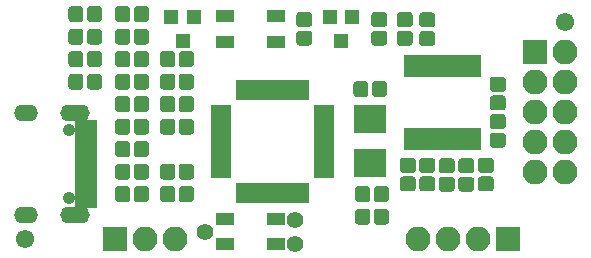
<source format=gbr>
G04 #@! TF.GenerationSoftware,KiCad,Pcbnew,(5.0.0)*
G04 #@! TF.CreationDate,2020-06-15T19:05:26-06:00*
G04 #@! TF.ProjectId,bmp,626D702E6B696361645F706362000000,rev?*
G04 #@! TF.SameCoordinates,Original*
G04 #@! TF.FileFunction,Soldermask,Top*
G04 #@! TF.FilePolarity,Negative*
%FSLAX46Y46*%
G04 Gerber Fmt 4.6, Leading zero omitted, Abs format (unit mm)*
G04 Created by KiCad (PCBNEW (5.0.0)) date 06/15/20 19:05:26*
%MOMM*%
%LPD*%
G01*
G04 APERTURE LIST*
%ADD10C,0.100000*%
%ADD11C,1.275000*%
%ADD12O,2.000000X1.400000*%
%ADD13O,2.500000X1.400000*%
%ADD14C,1.050000*%
%ADD15R,1.850000X0.700000*%
%ADD16R,1.850000X1.000000*%
%ADD17R,1.600000X1.050000*%
%ADD18R,1.700000X0.650000*%
%ADD19R,0.650000X1.700000*%
%ADD20R,2.800000X2.400000*%
%ADD21C,1.390600*%
%ADD22R,2.100000X2.100000*%
%ADD23O,2.100000X2.100000*%
%ADD24R,1.200000X1.300000*%
%ADD25C,1.552000*%
%ADD26R,0.750000X1.900000*%
G04 APERTURE END LIST*
D10*
G04 #@! TO.C,C1*
G36*
X40354993Y-32346535D02*
X40385935Y-32351125D01*
X40416278Y-32358725D01*
X40445730Y-32369263D01*
X40474008Y-32382638D01*
X40500838Y-32398719D01*
X40525963Y-32417353D01*
X40549140Y-32438360D01*
X40570147Y-32461537D01*
X40588781Y-32486662D01*
X40604862Y-32513492D01*
X40618237Y-32541770D01*
X40628775Y-32571222D01*
X40636375Y-32601565D01*
X40640965Y-32632507D01*
X40642500Y-32663750D01*
X40642500Y-33376250D01*
X40640965Y-33407493D01*
X40636375Y-33438435D01*
X40628775Y-33468778D01*
X40618237Y-33498230D01*
X40604862Y-33526508D01*
X40588781Y-33553338D01*
X40570147Y-33578463D01*
X40549140Y-33601640D01*
X40525963Y-33622647D01*
X40500838Y-33641281D01*
X40474008Y-33657362D01*
X40445730Y-33670737D01*
X40416278Y-33681275D01*
X40385935Y-33688875D01*
X40354993Y-33693465D01*
X40323750Y-33695000D01*
X39686250Y-33695000D01*
X39655007Y-33693465D01*
X39624065Y-33688875D01*
X39593722Y-33681275D01*
X39564270Y-33670737D01*
X39535992Y-33657362D01*
X39509162Y-33641281D01*
X39484037Y-33622647D01*
X39460860Y-33601640D01*
X39439853Y-33578463D01*
X39421219Y-33553338D01*
X39405138Y-33526508D01*
X39391763Y-33498230D01*
X39381225Y-33468778D01*
X39373625Y-33438435D01*
X39369035Y-33407493D01*
X39367500Y-33376250D01*
X39367500Y-32663750D01*
X39369035Y-32632507D01*
X39373625Y-32601565D01*
X39381225Y-32571222D01*
X39391763Y-32541770D01*
X39405138Y-32513492D01*
X39421219Y-32486662D01*
X39439853Y-32461537D01*
X39460860Y-32438360D01*
X39484037Y-32417353D01*
X39509162Y-32398719D01*
X39535992Y-32382638D01*
X39564270Y-32369263D01*
X39593722Y-32358725D01*
X39624065Y-32351125D01*
X39655007Y-32346535D01*
X39686250Y-32345000D01*
X40323750Y-32345000D01*
X40354993Y-32346535D01*
X40354993Y-32346535D01*
G37*
D11*
X40005000Y-33020000D03*
D10*
G36*
X41929993Y-32346535D02*
X41960935Y-32351125D01*
X41991278Y-32358725D01*
X42020730Y-32369263D01*
X42049008Y-32382638D01*
X42075838Y-32398719D01*
X42100963Y-32417353D01*
X42124140Y-32438360D01*
X42145147Y-32461537D01*
X42163781Y-32486662D01*
X42179862Y-32513492D01*
X42193237Y-32541770D01*
X42203775Y-32571222D01*
X42211375Y-32601565D01*
X42215965Y-32632507D01*
X42217500Y-32663750D01*
X42217500Y-33376250D01*
X42215965Y-33407493D01*
X42211375Y-33438435D01*
X42203775Y-33468778D01*
X42193237Y-33498230D01*
X42179862Y-33526508D01*
X42163781Y-33553338D01*
X42145147Y-33578463D01*
X42124140Y-33601640D01*
X42100963Y-33622647D01*
X42075838Y-33641281D01*
X42049008Y-33657362D01*
X42020730Y-33670737D01*
X41991278Y-33681275D01*
X41960935Y-33688875D01*
X41929993Y-33693465D01*
X41898750Y-33695000D01*
X41261250Y-33695000D01*
X41230007Y-33693465D01*
X41199065Y-33688875D01*
X41168722Y-33681275D01*
X41139270Y-33670737D01*
X41110992Y-33657362D01*
X41084162Y-33641281D01*
X41059037Y-33622647D01*
X41035860Y-33601640D01*
X41014853Y-33578463D01*
X40996219Y-33553338D01*
X40980138Y-33526508D01*
X40966763Y-33498230D01*
X40956225Y-33468778D01*
X40948625Y-33438435D01*
X40944035Y-33407493D01*
X40942500Y-33376250D01*
X40942500Y-32663750D01*
X40944035Y-32632507D01*
X40948625Y-32601565D01*
X40956225Y-32571222D01*
X40966763Y-32541770D01*
X40980138Y-32513492D01*
X40996219Y-32486662D01*
X41014853Y-32461537D01*
X41035860Y-32438360D01*
X41059037Y-32417353D01*
X41084162Y-32398719D01*
X41110992Y-32382638D01*
X41139270Y-32369263D01*
X41168722Y-32358725D01*
X41199065Y-32351125D01*
X41230007Y-32346535D01*
X41261250Y-32345000D01*
X41898750Y-32345000D01*
X41929993Y-32346535D01*
X41929993Y-32346535D01*
G37*
D11*
X41580000Y-33020000D03*
G04 #@! TD*
D10*
G04 #@! TO.C,C2*
G36*
X41929993Y-30441535D02*
X41960935Y-30446125D01*
X41991278Y-30453725D01*
X42020730Y-30464263D01*
X42049008Y-30477638D01*
X42075838Y-30493719D01*
X42100963Y-30512353D01*
X42124140Y-30533360D01*
X42145147Y-30556537D01*
X42163781Y-30581662D01*
X42179862Y-30608492D01*
X42193237Y-30636770D01*
X42203775Y-30666222D01*
X42211375Y-30696565D01*
X42215965Y-30727507D01*
X42217500Y-30758750D01*
X42217500Y-31471250D01*
X42215965Y-31502493D01*
X42211375Y-31533435D01*
X42203775Y-31563778D01*
X42193237Y-31593230D01*
X42179862Y-31621508D01*
X42163781Y-31648338D01*
X42145147Y-31673463D01*
X42124140Y-31696640D01*
X42100963Y-31717647D01*
X42075838Y-31736281D01*
X42049008Y-31752362D01*
X42020730Y-31765737D01*
X41991278Y-31776275D01*
X41960935Y-31783875D01*
X41929993Y-31788465D01*
X41898750Y-31790000D01*
X41261250Y-31790000D01*
X41230007Y-31788465D01*
X41199065Y-31783875D01*
X41168722Y-31776275D01*
X41139270Y-31765737D01*
X41110992Y-31752362D01*
X41084162Y-31736281D01*
X41059037Y-31717647D01*
X41035860Y-31696640D01*
X41014853Y-31673463D01*
X40996219Y-31648338D01*
X40980138Y-31621508D01*
X40966763Y-31593230D01*
X40956225Y-31563778D01*
X40948625Y-31533435D01*
X40944035Y-31502493D01*
X40942500Y-31471250D01*
X40942500Y-30758750D01*
X40944035Y-30727507D01*
X40948625Y-30696565D01*
X40956225Y-30666222D01*
X40966763Y-30636770D01*
X40980138Y-30608492D01*
X40996219Y-30581662D01*
X41014853Y-30556537D01*
X41035860Y-30533360D01*
X41059037Y-30512353D01*
X41084162Y-30493719D01*
X41110992Y-30477638D01*
X41139270Y-30464263D01*
X41168722Y-30453725D01*
X41199065Y-30446125D01*
X41230007Y-30441535D01*
X41261250Y-30440000D01*
X41898750Y-30440000D01*
X41929993Y-30441535D01*
X41929993Y-30441535D01*
G37*
D11*
X41580000Y-31115000D03*
D10*
G36*
X40354993Y-30441535D02*
X40385935Y-30446125D01*
X40416278Y-30453725D01*
X40445730Y-30464263D01*
X40474008Y-30477638D01*
X40500838Y-30493719D01*
X40525963Y-30512353D01*
X40549140Y-30533360D01*
X40570147Y-30556537D01*
X40588781Y-30581662D01*
X40604862Y-30608492D01*
X40618237Y-30636770D01*
X40628775Y-30666222D01*
X40636375Y-30696565D01*
X40640965Y-30727507D01*
X40642500Y-30758750D01*
X40642500Y-31471250D01*
X40640965Y-31502493D01*
X40636375Y-31533435D01*
X40628775Y-31563778D01*
X40618237Y-31593230D01*
X40604862Y-31621508D01*
X40588781Y-31648338D01*
X40570147Y-31673463D01*
X40549140Y-31696640D01*
X40525963Y-31717647D01*
X40500838Y-31736281D01*
X40474008Y-31752362D01*
X40445730Y-31765737D01*
X40416278Y-31776275D01*
X40385935Y-31783875D01*
X40354993Y-31788465D01*
X40323750Y-31790000D01*
X39686250Y-31790000D01*
X39655007Y-31788465D01*
X39624065Y-31783875D01*
X39593722Y-31776275D01*
X39564270Y-31765737D01*
X39535992Y-31752362D01*
X39509162Y-31736281D01*
X39484037Y-31717647D01*
X39460860Y-31696640D01*
X39439853Y-31673463D01*
X39421219Y-31648338D01*
X39405138Y-31621508D01*
X39391763Y-31593230D01*
X39381225Y-31563778D01*
X39373625Y-31533435D01*
X39369035Y-31502493D01*
X39367500Y-31471250D01*
X39367500Y-30758750D01*
X39369035Y-30727507D01*
X39373625Y-30696565D01*
X39381225Y-30666222D01*
X39391763Y-30636770D01*
X39405138Y-30608492D01*
X39421219Y-30581662D01*
X39439853Y-30556537D01*
X39460860Y-30533360D01*
X39484037Y-30512353D01*
X39509162Y-30493719D01*
X39535992Y-30477638D01*
X39564270Y-30464263D01*
X39593722Y-30453725D01*
X39624065Y-30446125D01*
X39655007Y-30441535D01*
X39686250Y-30440000D01*
X40323750Y-30440000D01*
X40354993Y-30441535D01*
X40354993Y-30441535D01*
G37*
D11*
X40005000Y-31115000D03*
G04 #@! TD*
D10*
G04 #@! TO.C,C3*
G36*
X58439993Y-41871535D02*
X58470935Y-41876125D01*
X58501278Y-41883725D01*
X58530730Y-41894263D01*
X58559008Y-41907638D01*
X58585838Y-41923719D01*
X58610963Y-41942353D01*
X58634140Y-41963360D01*
X58655147Y-41986537D01*
X58673781Y-42011662D01*
X58689862Y-42038492D01*
X58703237Y-42066770D01*
X58713775Y-42096222D01*
X58721375Y-42126565D01*
X58725965Y-42157507D01*
X58727500Y-42188750D01*
X58727500Y-42901250D01*
X58725965Y-42932493D01*
X58721375Y-42963435D01*
X58713775Y-42993778D01*
X58703237Y-43023230D01*
X58689862Y-43051508D01*
X58673781Y-43078338D01*
X58655147Y-43103463D01*
X58634140Y-43126640D01*
X58610963Y-43147647D01*
X58585838Y-43166281D01*
X58559008Y-43182362D01*
X58530730Y-43195737D01*
X58501278Y-43206275D01*
X58470935Y-43213875D01*
X58439993Y-43218465D01*
X58408750Y-43220000D01*
X57771250Y-43220000D01*
X57740007Y-43218465D01*
X57709065Y-43213875D01*
X57678722Y-43206275D01*
X57649270Y-43195737D01*
X57620992Y-43182362D01*
X57594162Y-43166281D01*
X57569037Y-43147647D01*
X57545860Y-43126640D01*
X57524853Y-43103463D01*
X57506219Y-43078338D01*
X57490138Y-43051508D01*
X57476763Y-43023230D01*
X57466225Y-42993778D01*
X57458625Y-42963435D01*
X57454035Y-42932493D01*
X57452500Y-42901250D01*
X57452500Y-42188750D01*
X57454035Y-42157507D01*
X57458625Y-42126565D01*
X57466225Y-42096222D01*
X57476763Y-42066770D01*
X57490138Y-42038492D01*
X57506219Y-42011662D01*
X57524853Y-41986537D01*
X57545860Y-41963360D01*
X57569037Y-41942353D01*
X57594162Y-41923719D01*
X57620992Y-41907638D01*
X57649270Y-41894263D01*
X57678722Y-41883725D01*
X57709065Y-41876125D01*
X57740007Y-41871535D01*
X57771250Y-41870000D01*
X58408750Y-41870000D01*
X58439993Y-41871535D01*
X58439993Y-41871535D01*
G37*
D11*
X58090000Y-42545000D03*
D10*
G36*
X56864993Y-41871535D02*
X56895935Y-41876125D01*
X56926278Y-41883725D01*
X56955730Y-41894263D01*
X56984008Y-41907638D01*
X57010838Y-41923719D01*
X57035963Y-41942353D01*
X57059140Y-41963360D01*
X57080147Y-41986537D01*
X57098781Y-42011662D01*
X57114862Y-42038492D01*
X57128237Y-42066770D01*
X57138775Y-42096222D01*
X57146375Y-42126565D01*
X57150965Y-42157507D01*
X57152500Y-42188750D01*
X57152500Y-42901250D01*
X57150965Y-42932493D01*
X57146375Y-42963435D01*
X57138775Y-42993778D01*
X57128237Y-43023230D01*
X57114862Y-43051508D01*
X57098781Y-43078338D01*
X57080147Y-43103463D01*
X57059140Y-43126640D01*
X57035963Y-43147647D01*
X57010838Y-43166281D01*
X56984008Y-43182362D01*
X56955730Y-43195737D01*
X56926278Y-43206275D01*
X56895935Y-43213875D01*
X56864993Y-43218465D01*
X56833750Y-43220000D01*
X56196250Y-43220000D01*
X56165007Y-43218465D01*
X56134065Y-43213875D01*
X56103722Y-43206275D01*
X56074270Y-43195737D01*
X56045992Y-43182362D01*
X56019162Y-43166281D01*
X55994037Y-43147647D01*
X55970860Y-43126640D01*
X55949853Y-43103463D01*
X55931219Y-43078338D01*
X55915138Y-43051508D01*
X55901763Y-43023230D01*
X55891225Y-42993778D01*
X55883625Y-42963435D01*
X55879035Y-42932493D01*
X55877500Y-42901250D01*
X55877500Y-42188750D01*
X55879035Y-42157507D01*
X55883625Y-42126565D01*
X55891225Y-42096222D01*
X55901763Y-42066770D01*
X55915138Y-42038492D01*
X55931219Y-42011662D01*
X55949853Y-41986537D01*
X55970860Y-41963360D01*
X55994037Y-41942353D01*
X56019162Y-41923719D01*
X56045992Y-41907638D01*
X56074270Y-41894263D01*
X56103722Y-41883725D01*
X56134065Y-41876125D01*
X56165007Y-41871535D01*
X56196250Y-41870000D01*
X56833750Y-41870000D01*
X56864993Y-41871535D01*
X56864993Y-41871535D01*
G37*
D11*
X56515000Y-42545000D03*
G04 #@! TD*
D10*
G04 #@! TO.C,C4*
G36*
X56712493Y-32981535D02*
X56743435Y-32986125D01*
X56773778Y-32993725D01*
X56803230Y-33004263D01*
X56831508Y-33017638D01*
X56858338Y-33033719D01*
X56883463Y-33052353D01*
X56906640Y-33073360D01*
X56927647Y-33096537D01*
X56946281Y-33121662D01*
X56962362Y-33148492D01*
X56975737Y-33176770D01*
X56986275Y-33206222D01*
X56993875Y-33236565D01*
X56998465Y-33267507D01*
X57000000Y-33298750D01*
X57000000Y-34011250D01*
X56998465Y-34042493D01*
X56993875Y-34073435D01*
X56986275Y-34103778D01*
X56975737Y-34133230D01*
X56962362Y-34161508D01*
X56946281Y-34188338D01*
X56927647Y-34213463D01*
X56906640Y-34236640D01*
X56883463Y-34257647D01*
X56858338Y-34276281D01*
X56831508Y-34292362D01*
X56803230Y-34305737D01*
X56773778Y-34316275D01*
X56743435Y-34323875D01*
X56712493Y-34328465D01*
X56681250Y-34330000D01*
X56043750Y-34330000D01*
X56012507Y-34328465D01*
X55981565Y-34323875D01*
X55951222Y-34316275D01*
X55921770Y-34305737D01*
X55893492Y-34292362D01*
X55866662Y-34276281D01*
X55841537Y-34257647D01*
X55818360Y-34236640D01*
X55797353Y-34213463D01*
X55778719Y-34188338D01*
X55762638Y-34161508D01*
X55749263Y-34133230D01*
X55738725Y-34103778D01*
X55731125Y-34073435D01*
X55726535Y-34042493D01*
X55725000Y-34011250D01*
X55725000Y-33298750D01*
X55726535Y-33267507D01*
X55731125Y-33236565D01*
X55738725Y-33206222D01*
X55749263Y-33176770D01*
X55762638Y-33148492D01*
X55778719Y-33121662D01*
X55797353Y-33096537D01*
X55818360Y-33073360D01*
X55841537Y-33052353D01*
X55866662Y-33033719D01*
X55893492Y-33017638D01*
X55921770Y-33004263D01*
X55951222Y-32993725D01*
X55981565Y-32986125D01*
X56012507Y-32981535D01*
X56043750Y-32980000D01*
X56681250Y-32980000D01*
X56712493Y-32981535D01*
X56712493Y-32981535D01*
G37*
D11*
X56362500Y-33655000D03*
D10*
G36*
X58287493Y-32981535D02*
X58318435Y-32986125D01*
X58348778Y-32993725D01*
X58378230Y-33004263D01*
X58406508Y-33017638D01*
X58433338Y-33033719D01*
X58458463Y-33052353D01*
X58481640Y-33073360D01*
X58502647Y-33096537D01*
X58521281Y-33121662D01*
X58537362Y-33148492D01*
X58550737Y-33176770D01*
X58561275Y-33206222D01*
X58568875Y-33236565D01*
X58573465Y-33267507D01*
X58575000Y-33298750D01*
X58575000Y-34011250D01*
X58573465Y-34042493D01*
X58568875Y-34073435D01*
X58561275Y-34103778D01*
X58550737Y-34133230D01*
X58537362Y-34161508D01*
X58521281Y-34188338D01*
X58502647Y-34213463D01*
X58481640Y-34236640D01*
X58458463Y-34257647D01*
X58433338Y-34276281D01*
X58406508Y-34292362D01*
X58378230Y-34305737D01*
X58348778Y-34316275D01*
X58318435Y-34323875D01*
X58287493Y-34328465D01*
X58256250Y-34330000D01*
X57618750Y-34330000D01*
X57587507Y-34328465D01*
X57556565Y-34323875D01*
X57526222Y-34316275D01*
X57496770Y-34305737D01*
X57468492Y-34292362D01*
X57441662Y-34276281D01*
X57416537Y-34257647D01*
X57393360Y-34236640D01*
X57372353Y-34213463D01*
X57353719Y-34188338D01*
X57337638Y-34161508D01*
X57324263Y-34133230D01*
X57313725Y-34103778D01*
X57306125Y-34073435D01*
X57301535Y-34042493D01*
X57300000Y-34011250D01*
X57300000Y-33298750D01*
X57301535Y-33267507D01*
X57306125Y-33236565D01*
X57313725Y-33206222D01*
X57324263Y-33176770D01*
X57337638Y-33148492D01*
X57353719Y-33121662D01*
X57372353Y-33096537D01*
X57393360Y-33073360D01*
X57416537Y-33052353D01*
X57441662Y-33033719D01*
X57468492Y-33017638D01*
X57496770Y-33004263D01*
X57526222Y-32993725D01*
X57556565Y-32986125D01*
X57587507Y-32981535D01*
X57618750Y-32980000D01*
X58256250Y-32980000D01*
X58287493Y-32981535D01*
X58287493Y-32981535D01*
G37*
D11*
X57937500Y-33655000D03*
G04 #@! TD*
D10*
G04 #@! TO.C,D1*
G36*
X32582493Y-26631535D02*
X32613435Y-26636125D01*
X32643778Y-26643725D01*
X32673230Y-26654263D01*
X32701508Y-26667638D01*
X32728338Y-26683719D01*
X32753463Y-26702353D01*
X32776640Y-26723360D01*
X32797647Y-26746537D01*
X32816281Y-26771662D01*
X32832362Y-26798492D01*
X32845737Y-26826770D01*
X32856275Y-26856222D01*
X32863875Y-26886565D01*
X32868465Y-26917507D01*
X32870000Y-26948750D01*
X32870000Y-27661250D01*
X32868465Y-27692493D01*
X32863875Y-27723435D01*
X32856275Y-27753778D01*
X32845737Y-27783230D01*
X32832362Y-27811508D01*
X32816281Y-27838338D01*
X32797647Y-27863463D01*
X32776640Y-27886640D01*
X32753463Y-27907647D01*
X32728338Y-27926281D01*
X32701508Y-27942362D01*
X32673230Y-27955737D01*
X32643778Y-27966275D01*
X32613435Y-27973875D01*
X32582493Y-27978465D01*
X32551250Y-27980000D01*
X31913750Y-27980000D01*
X31882507Y-27978465D01*
X31851565Y-27973875D01*
X31821222Y-27966275D01*
X31791770Y-27955737D01*
X31763492Y-27942362D01*
X31736662Y-27926281D01*
X31711537Y-27907647D01*
X31688360Y-27886640D01*
X31667353Y-27863463D01*
X31648719Y-27838338D01*
X31632638Y-27811508D01*
X31619263Y-27783230D01*
X31608725Y-27753778D01*
X31601125Y-27723435D01*
X31596535Y-27692493D01*
X31595000Y-27661250D01*
X31595000Y-26948750D01*
X31596535Y-26917507D01*
X31601125Y-26886565D01*
X31608725Y-26856222D01*
X31619263Y-26826770D01*
X31632638Y-26798492D01*
X31648719Y-26771662D01*
X31667353Y-26746537D01*
X31688360Y-26723360D01*
X31711537Y-26702353D01*
X31736662Y-26683719D01*
X31763492Y-26667638D01*
X31791770Y-26654263D01*
X31821222Y-26643725D01*
X31851565Y-26636125D01*
X31882507Y-26631535D01*
X31913750Y-26630000D01*
X32551250Y-26630000D01*
X32582493Y-26631535D01*
X32582493Y-26631535D01*
G37*
D11*
X32232500Y-27305000D03*
D10*
G36*
X34157493Y-26631535D02*
X34188435Y-26636125D01*
X34218778Y-26643725D01*
X34248230Y-26654263D01*
X34276508Y-26667638D01*
X34303338Y-26683719D01*
X34328463Y-26702353D01*
X34351640Y-26723360D01*
X34372647Y-26746537D01*
X34391281Y-26771662D01*
X34407362Y-26798492D01*
X34420737Y-26826770D01*
X34431275Y-26856222D01*
X34438875Y-26886565D01*
X34443465Y-26917507D01*
X34445000Y-26948750D01*
X34445000Y-27661250D01*
X34443465Y-27692493D01*
X34438875Y-27723435D01*
X34431275Y-27753778D01*
X34420737Y-27783230D01*
X34407362Y-27811508D01*
X34391281Y-27838338D01*
X34372647Y-27863463D01*
X34351640Y-27886640D01*
X34328463Y-27907647D01*
X34303338Y-27926281D01*
X34276508Y-27942362D01*
X34248230Y-27955737D01*
X34218778Y-27966275D01*
X34188435Y-27973875D01*
X34157493Y-27978465D01*
X34126250Y-27980000D01*
X33488750Y-27980000D01*
X33457507Y-27978465D01*
X33426565Y-27973875D01*
X33396222Y-27966275D01*
X33366770Y-27955737D01*
X33338492Y-27942362D01*
X33311662Y-27926281D01*
X33286537Y-27907647D01*
X33263360Y-27886640D01*
X33242353Y-27863463D01*
X33223719Y-27838338D01*
X33207638Y-27811508D01*
X33194263Y-27783230D01*
X33183725Y-27753778D01*
X33176125Y-27723435D01*
X33171535Y-27692493D01*
X33170000Y-27661250D01*
X33170000Y-26948750D01*
X33171535Y-26917507D01*
X33176125Y-26886565D01*
X33183725Y-26856222D01*
X33194263Y-26826770D01*
X33207638Y-26798492D01*
X33223719Y-26771662D01*
X33242353Y-26746537D01*
X33263360Y-26723360D01*
X33286537Y-26702353D01*
X33311662Y-26683719D01*
X33338492Y-26667638D01*
X33366770Y-26654263D01*
X33396222Y-26643725D01*
X33426565Y-26636125D01*
X33457507Y-26631535D01*
X33488750Y-26630000D01*
X34126250Y-26630000D01*
X34157493Y-26631535D01*
X34157493Y-26631535D01*
G37*
D11*
X33807500Y-27305000D03*
G04 #@! TD*
D10*
G04 #@! TO.C,D2*
G36*
X34157493Y-32346535D02*
X34188435Y-32351125D01*
X34218778Y-32358725D01*
X34248230Y-32369263D01*
X34276508Y-32382638D01*
X34303338Y-32398719D01*
X34328463Y-32417353D01*
X34351640Y-32438360D01*
X34372647Y-32461537D01*
X34391281Y-32486662D01*
X34407362Y-32513492D01*
X34420737Y-32541770D01*
X34431275Y-32571222D01*
X34438875Y-32601565D01*
X34443465Y-32632507D01*
X34445000Y-32663750D01*
X34445000Y-33376250D01*
X34443465Y-33407493D01*
X34438875Y-33438435D01*
X34431275Y-33468778D01*
X34420737Y-33498230D01*
X34407362Y-33526508D01*
X34391281Y-33553338D01*
X34372647Y-33578463D01*
X34351640Y-33601640D01*
X34328463Y-33622647D01*
X34303338Y-33641281D01*
X34276508Y-33657362D01*
X34248230Y-33670737D01*
X34218778Y-33681275D01*
X34188435Y-33688875D01*
X34157493Y-33693465D01*
X34126250Y-33695000D01*
X33488750Y-33695000D01*
X33457507Y-33693465D01*
X33426565Y-33688875D01*
X33396222Y-33681275D01*
X33366770Y-33670737D01*
X33338492Y-33657362D01*
X33311662Y-33641281D01*
X33286537Y-33622647D01*
X33263360Y-33601640D01*
X33242353Y-33578463D01*
X33223719Y-33553338D01*
X33207638Y-33526508D01*
X33194263Y-33498230D01*
X33183725Y-33468778D01*
X33176125Y-33438435D01*
X33171535Y-33407493D01*
X33170000Y-33376250D01*
X33170000Y-32663750D01*
X33171535Y-32632507D01*
X33176125Y-32601565D01*
X33183725Y-32571222D01*
X33194263Y-32541770D01*
X33207638Y-32513492D01*
X33223719Y-32486662D01*
X33242353Y-32461537D01*
X33263360Y-32438360D01*
X33286537Y-32417353D01*
X33311662Y-32398719D01*
X33338492Y-32382638D01*
X33366770Y-32369263D01*
X33396222Y-32358725D01*
X33426565Y-32351125D01*
X33457507Y-32346535D01*
X33488750Y-32345000D01*
X34126250Y-32345000D01*
X34157493Y-32346535D01*
X34157493Y-32346535D01*
G37*
D11*
X33807500Y-33020000D03*
D10*
G36*
X32582493Y-32346535D02*
X32613435Y-32351125D01*
X32643778Y-32358725D01*
X32673230Y-32369263D01*
X32701508Y-32382638D01*
X32728338Y-32398719D01*
X32753463Y-32417353D01*
X32776640Y-32438360D01*
X32797647Y-32461537D01*
X32816281Y-32486662D01*
X32832362Y-32513492D01*
X32845737Y-32541770D01*
X32856275Y-32571222D01*
X32863875Y-32601565D01*
X32868465Y-32632507D01*
X32870000Y-32663750D01*
X32870000Y-33376250D01*
X32868465Y-33407493D01*
X32863875Y-33438435D01*
X32856275Y-33468778D01*
X32845737Y-33498230D01*
X32832362Y-33526508D01*
X32816281Y-33553338D01*
X32797647Y-33578463D01*
X32776640Y-33601640D01*
X32753463Y-33622647D01*
X32728338Y-33641281D01*
X32701508Y-33657362D01*
X32673230Y-33670737D01*
X32643778Y-33681275D01*
X32613435Y-33688875D01*
X32582493Y-33693465D01*
X32551250Y-33695000D01*
X31913750Y-33695000D01*
X31882507Y-33693465D01*
X31851565Y-33688875D01*
X31821222Y-33681275D01*
X31791770Y-33670737D01*
X31763492Y-33657362D01*
X31736662Y-33641281D01*
X31711537Y-33622647D01*
X31688360Y-33601640D01*
X31667353Y-33578463D01*
X31648719Y-33553338D01*
X31632638Y-33526508D01*
X31619263Y-33498230D01*
X31608725Y-33468778D01*
X31601125Y-33438435D01*
X31596535Y-33407493D01*
X31595000Y-33376250D01*
X31595000Y-32663750D01*
X31596535Y-32632507D01*
X31601125Y-32601565D01*
X31608725Y-32571222D01*
X31619263Y-32541770D01*
X31632638Y-32513492D01*
X31648719Y-32486662D01*
X31667353Y-32461537D01*
X31688360Y-32438360D01*
X31711537Y-32417353D01*
X31736662Y-32398719D01*
X31763492Y-32382638D01*
X31791770Y-32369263D01*
X31821222Y-32358725D01*
X31851565Y-32351125D01*
X31882507Y-32346535D01*
X31913750Y-32345000D01*
X32551250Y-32345000D01*
X32582493Y-32346535D01*
X32582493Y-32346535D01*
G37*
D11*
X32232500Y-33020000D03*
G04 #@! TD*
D10*
G04 #@! TO.C,D3*
G36*
X32582493Y-30441535D02*
X32613435Y-30446125D01*
X32643778Y-30453725D01*
X32673230Y-30464263D01*
X32701508Y-30477638D01*
X32728338Y-30493719D01*
X32753463Y-30512353D01*
X32776640Y-30533360D01*
X32797647Y-30556537D01*
X32816281Y-30581662D01*
X32832362Y-30608492D01*
X32845737Y-30636770D01*
X32856275Y-30666222D01*
X32863875Y-30696565D01*
X32868465Y-30727507D01*
X32870000Y-30758750D01*
X32870000Y-31471250D01*
X32868465Y-31502493D01*
X32863875Y-31533435D01*
X32856275Y-31563778D01*
X32845737Y-31593230D01*
X32832362Y-31621508D01*
X32816281Y-31648338D01*
X32797647Y-31673463D01*
X32776640Y-31696640D01*
X32753463Y-31717647D01*
X32728338Y-31736281D01*
X32701508Y-31752362D01*
X32673230Y-31765737D01*
X32643778Y-31776275D01*
X32613435Y-31783875D01*
X32582493Y-31788465D01*
X32551250Y-31790000D01*
X31913750Y-31790000D01*
X31882507Y-31788465D01*
X31851565Y-31783875D01*
X31821222Y-31776275D01*
X31791770Y-31765737D01*
X31763492Y-31752362D01*
X31736662Y-31736281D01*
X31711537Y-31717647D01*
X31688360Y-31696640D01*
X31667353Y-31673463D01*
X31648719Y-31648338D01*
X31632638Y-31621508D01*
X31619263Y-31593230D01*
X31608725Y-31563778D01*
X31601125Y-31533435D01*
X31596535Y-31502493D01*
X31595000Y-31471250D01*
X31595000Y-30758750D01*
X31596535Y-30727507D01*
X31601125Y-30696565D01*
X31608725Y-30666222D01*
X31619263Y-30636770D01*
X31632638Y-30608492D01*
X31648719Y-30581662D01*
X31667353Y-30556537D01*
X31688360Y-30533360D01*
X31711537Y-30512353D01*
X31736662Y-30493719D01*
X31763492Y-30477638D01*
X31791770Y-30464263D01*
X31821222Y-30453725D01*
X31851565Y-30446125D01*
X31882507Y-30441535D01*
X31913750Y-30440000D01*
X32551250Y-30440000D01*
X32582493Y-30441535D01*
X32582493Y-30441535D01*
G37*
D11*
X32232500Y-31115000D03*
D10*
G36*
X34157493Y-30441535D02*
X34188435Y-30446125D01*
X34218778Y-30453725D01*
X34248230Y-30464263D01*
X34276508Y-30477638D01*
X34303338Y-30493719D01*
X34328463Y-30512353D01*
X34351640Y-30533360D01*
X34372647Y-30556537D01*
X34391281Y-30581662D01*
X34407362Y-30608492D01*
X34420737Y-30636770D01*
X34431275Y-30666222D01*
X34438875Y-30696565D01*
X34443465Y-30727507D01*
X34445000Y-30758750D01*
X34445000Y-31471250D01*
X34443465Y-31502493D01*
X34438875Y-31533435D01*
X34431275Y-31563778D01*
X34420737Y-31593230D01*
X34407362Y-31621508D01*
X34391281Y-31648338D01*
X34372647Y-31673463D01*
X34351640Y-31696640D01*
X34328463Y-31717647D01*
X34303338Y-31736281D01*
X34276508Y-31752362D01*
X34248230Y-31765737D01*
X34218778Y-31776275D01*
X34188435Y-31783875D01*
X34157493Y-31788465D01*
X34126250Y-31790000D01*
X33488750Y-31790000D01*
X33457507Y-31788465D01*
X33426565Y-31783875D01*
X33396222Y-31776275D01*
X33366770Y-31765737D01*
X33338492Y-31752362D01*
X33311662Y-31736281D01*
X33286537Y-31717647D01*
X33263360Y-31696640D01*
X33242353Y-31673463D01*
X33223719Y-31648338D01*
X33207638Y-31621508D01*
X33194263Y-31593230D01*
X33183725Y-31563778D01*
X33176125Y-31533435D01*
X33171535Y-31502493D01*
X33170000Y-31471250D01*
X33170000Y-30758750D01*
X33171535Y-30727507D01*
X33176125Y-30696565D01*
X33183725Y-30666222D01*
X33194263Y-30636770D01*
X33207638Y-30608492D01*
X33223719Y-30581662D01*
X33242353Y-30556537D01*
X33263360Y-30533360D01*
X33286537Y-30512353D01*
X33311662Y-30493719D01*
X33338492Y-30477638D01*
X33366770Y-30464263D01*
X33396222Y-30453725D01*
X33426565Y-30446125D01*
X33457507Y-30441535D01*
X33488750Y-30440000D01*
X34126250Y-30440000D01*
X34157493Y-30441535D01*
X34157493Y-30441535D01*
G37*
D11*
X33807500Y-31115000D03*
G04 #@! TD*
D10*
G04 #@! TO.C,D4*
G36*
X34157493Y-28536535D02*
X34188435Y-28541125D01*
X34218778Y-28548725D01*
X34248230Y-28559263D01*
X34276508Y-28572638D01*
X34303338Y-28588719D01*
X34328463Y-28607353D01*
X34351640Y-28628360D01*
X34372647Y-28651537D01*
X34391281Y-28676662D01*
X34407362Y-28703492D01*
X34420737Y-28731770D01*
X34431275Y-28761222D01*
X34438875Y-28791565D01*
X34443465Y-28822507D01*
X34445000Y-28853750D01*
X34445000Y-29566250D01*
X34443465Y-29597493D01*
X34438875Y-29628435D01*
X34431275Y-29658778D01*
X34420737Y-29688230D01*
X34407362Y-29716508D01*
X34391281Y-29743338D01*
X34372647Y-29768463D01*
X34351640Y-29791640D01*
X34328463Y-29812647D01*
X34303338Y-29831281D01*
X34276508Y-29847362D01*
X34248230Y-29860737D01*
X34218778Y-29871275D01*
X34188435Y-29878875D01*
X34157493Y-29883465D01*
X34126250Y-29885000D01*
X33488750Y-29885000D01*
X33457507Y-29883465D01*
X33426565Y-29878875D01*
X33396222Y-29871275D01*
X33366770Y-29860737D01*
X33338492Y-29847362D01*
X33311662Y-29831281D01*
X33286537Y-29812647D01*
X33263360Y-29791640D01*
X33242353Y-29768463D01*
X33223719Y-29743338D01*
X33207638Y-29716508D01*
X33194263Y-29688230D01*
X33183725Y-29658778D01*
X33176125Y-29628435D01*
X33171535Y-29597493D01*
X33170000Y-29566250D01*
X33170000Y-28853750D01*
X33171535Y-28822507D01*
X33176125Y-28791565D01*
X33183725Y-28761222D01*
X33194263Y-28731770D01*
X33207638Y-28703492D01*
X33223719Y-28676662D01*
X33242353Y-28651537D01*
X33263360Y-28628360D01*
X33286537Y-28607353D01*
X33311662Y-28588719D01*
X33338492Y-28572638D01*
X33366770Y-28559263D01*
X33396222Y-28548725D01*
X33426565Y-28541125D01*
X33457507Y-28536535D01*
X33488750Y-28535000D01*
X34126250Y-28535000D01*
X34157493Y-28536535D01*
X34157493Y-28536535D01*
G37*
D11*
X33807500Y-29210000D03*
D10*
G36*
X32582493Y-28536535D02*
X32613435Y-28541125D01*
X32643778Y-28548725D01*
X32673230Y-28559263D01*
X32701508Y-28572638D01*
X32728338Y-28588719D01*
X32753463Y-28607353D01*
X32776640Y-28628360D01*
X32797647Y-28651537D01*
X32816281Y-28676662D01*
X32832362Y-28703492D01*
X32845737Y-28731770D01*
X32856275Y-28761222D01*
X32863875Y-28791565D01*
X32868465Y-28822507D01*
X32870000Y-28853750D01*
X32870000Y-29566250D01*
X32868465Y-29597493D01*
X32863875Y-29628435D01*
X32856275Y-29658778D01*
X32845737Y-29688230D01*
X32832362Y-29716508D01*
X32816281Y-29743338D01*
X32797647Y-29768463D01*
X32776640Y-29791640D01*
X32753463Y-29812647D01*
X32728338Y-29831281D01*
X32701508Y-29847362D01*
X32673230Y-29860737D01*
X32643778Y-29871275D01*
X32613435Y-29878875D01*
X32582493Y-29883465D01*
X32551250Y-29885000D01*
X31913750Y-29885000D01*
X31882507Y-29883465D01*
X31851565Y-29878875D01*
X31821222Y-29871275D01*
X31791770Y-29860737D01*
X31763492Y-29847362D01*
X31736662Y-29831281D01*
X31711537Y-29812647D01*
X31688360Y-29791640D01*
X31667353Y-29768463D01*
X31648719Y-29743338D01*
X31632638Y-29716508D01*
X31619263Y-29688230D01*
X31608725Y-29658778D01*
X31601125Y-29628435D01*
X31596535Y-29597493D01*
X31595000Y-29566250D01*
X31595000Y-28853750D01*
X31596535Y-28822507D01*
X31601125Y-28791565D01*
X31608725Y-28761222D01*
X31619263Y-28731770D01*
X31632638Y-28703492D01*
X31648719Y-28676662D01*
X31667353Y-28651537D01*
X31688360Y-28628360D01*
X31711537Y-28607353D01*
X31736662Y-28588719D01*
X31763492Y-28572638D01*
X31791770Y-28559263D01*
X31821222Y-28548725D01*
X31851565Y-28541125D01*
X31882507Y-28536535D01*
X31913750Y-28535000D01*
X32551250Y-28535000D01*
X32582493Y-28536535D01*
X32582493Y-28536535D01*
G37*
D11*
X32232500Y-29210000D03*
G04 #@! TD*
D12*
G04 #@! TO.C,J1*
X28000000Y-44325000D03*
X28000000Y-35685000D03*
D13*
X32180000Y-44325000D03*
X32180000Y-35685000D03*
D14*
X31650000Y-37115000D03*
X31650000Y-42895000D03*
D15*
X33095000Y-39755000D03*
X33095000Y-40255000D03*
X33095000Y-40755000D03*
X33095000Y-39255000D03*
X33095000Y-41255000D03*
X33095000Y-38755000D03*
X33095000Y-41755000D03*
X33095000Y-38255000D03*
D16*
X33095000Y-37555000D03*
X33095000Y-42455000D03*
X33095000Y-36780000D03*
X33095000Y-43230000D03*
G04 #@! TD*
D10*
G04 #@! TO.C,R1*
G36*
X38119993Y-34251535D02*
X38150935Y-34256125D01*
X38181278Y-34263725D01*
X38210730Y-34274263D01*
X38239008Y-34287638D01*
X38265838Y-34303719D01*
X38290963Y-34322353D01*
X38314140Y-34343360D01*
X38335147Y-34366537D01*
X38353781Y-34391662D01*
X38369862Y-34418492D01*
X38383237Y-34446770D01*
X38393775Y-34476222D01*
X38401375Y-34506565D01*
X38405965Y-34537507D01*
X38407500Y-34568750D01*
X38407500Y-35281250D01*
X38405965Y-35312493D01*
X38401375Y-35343435D01*
X38393775Y-35373778D01*
X38383237Y-35403230D01*
X38369862Y-35431508D01*
X38353781Y-35458338D01*
X38335147Y-35483463D01*
X38314140Y-35506640D01*
X38290963Y-35527647D01*
X38265838Y-35546281D01*
X38239008Y-35562362D01*
X38210730Y-35575737D01*
X38181278Y-35586275D01*
X38150935Y-35593875D01*
X38119993Y-35598465D01*
X38088750Y-35600000D01*
X37451250Y-35600000D01*
X37420007Y-35598465D01*
X37389065Y-35593875D01*
X37358722Y-35586275D01*
X37329270Y-35575737D01*
X37300992Y-35562362D01*
X37274162Y-35546281D01*
X37249037Y-35527647D01*
X37225860Y-35506640D01*
X37204853Y-35483463D01*
X37186219Y-35458338D01*
X37170138Y-35431508D01*
X37156763Y-35403230D01*
X37146225Y-35373778D01*
X37138625Y-35343435D01*
X37134035Y-35312493D01*
X37132500Y-35281250D01*
X37132500Y-34568750D01*
X37134035Y-34537507D01*
X37138625Y-34506565D01*
X37146225Y-34476222D01*
X37156763Y-34446770D01*
X37170138Y-34418492D01*
X37186219Y-34391662D01*
X37204853Y-34366537D01*
X37225860Y-34343360D01*
X37249037Y-34322353D01*
X37274162Y-34303719D01*
X37300992Y-34287638D01*
X37329270Y-34274263D01*
X37358722Y-34263725D01*
X37389065Y-34256125D01*
X37420007Y-34251535D01*
X37451250Y-34250000D01*
X38088750Y-34250000D01*
X38119993Y-34251535D01*
X38119993Y-34251535D01*
G37*
D11*
X37770000Y-34925000D03*
D10*
G36*
X36544993Y-34251535D02*
X36575935Y-34256125D01*
X36606278Y-34263725D01*
X36635730Y-34274263D01*
X36664008Y-34287638D01*
X36690838Y-34303719D01*
X36715963Y-34322353D01*
X36739140Y-34343360D01*
X36760147Y-34366537D01*
X36778781Y-34391662D01*
X36794862Y-34418492D01*
X36808237Y-34446770D01*
X36818775Y-34476222D01*
X36826375Y-34506565D01*
X36830965Y-34537507D01*
X36832500Y-34568750D01*
X36832500Y-35281250D01*
X36830965Y-35312493D01*
X36826375Y-35343435D01*
X36818775Y-35373778D01*
X36808237Y-35403230D01*
X36794862Y-35431508D01*
X36778781Y-35458338D01*
X36760147Y-35483463D01*
X36739140Y-35506640D01*
X36715963Y-35527647D01*
X36690838Y-35546281D01*
X36664008Y-35562362D01*
X36635730Y-35575737D01*
X36606278Y-35586275D01*
X36575935Y-35593875D01*
X36544993Y-35598465D01*
X36513750Y-35600000D01*
X35876250Y-35600000D01*
X35845007Y-35598465D01*
X35814065Y-35593875D01*
X35783722Y-35586275D01*
X35754270Y-35575737D01*
X35725992Y-35562362D01*
X35699162Y-35546281D01*
X35674037Y-35527647D01*
X35650860Y-35506640D01*
X35629853Y-35483463D01*
X35611219Y-35458338D01*
X35595138Y-35431508D01*
X35581763Y-35403230D01*
X35571225Y-35373778D01*
X35563625Y-35343435D01*
X35559035Y-35312493D01*
X35557500Y-35281250D01*
X35557500Y-34568750D01*
X35559035Y-34537507D01*
X35563625Y-34506565D01*
X35571225Y-34476222D01*
X35581763Y-34446770D01*
X35595138Y-34418492D01*
X35611219Y-34391662D01*
X35629853Y-34366537D01*
X35650860Y-34343360D01*
X35674037Y-34322353D01*
X35699162Y-34303719D01*
X35725992Y-34287638D01*
X35754270Y-34274263D01*
X35783722Y-34263725D01*
X35814065Y-34256125D01*
X35845007Y-34251535D01*
X35876250Y-34250000D01*
X36513750Y-34250000D01*
X36544993Y-34251535D01*
X36544993Y-34251535D01*
G37*
D11*
X36195000Y-34925000D03*
G04 #@! TD*
D10*
G04 #@! TO.C,R2*
G36*
X38119993Y-41871535D02*
X38150935Y-41876125D01*
X38181278Y-41883725D01*
X38210730Y-41894263D01*
X38239008Y-41907638D01*
X38265838Y-41923719D01*
X38290963Y-41942353D01*
X38314140Y-41963360D01*
X38335147Y-41986537D01*
X38353781Y-42011662D01*
X38369862Y-42038492D01*
X38383237Y-42066770D01*
X38393775Y-42096222D01*
X38401375Y-42126565D01*
X38405965Y-42157507D01*
X38407500Y-42188750D01*
X38407500Y-42901250D01*
X38405965Y-42932493D01*
X38401375Y-42963435D01*
X38393775Y-42993778D01*
X38383237Y-43023230D01*
X38369862Y-43051508D01*
X38353781Y-43078338D01*
X38335147Y-43103463D01*
X38314140Y-43126640D01*
X38290963Y-43147647D01*
X38265838Y-43166281D01*
X38239008Y-43182362D01*
X38210730Y-43195737D01*
X38181278Y-43206275D01*
X38150935Y-43213875D01*
X38119993Y-43218465D01*
X38088750Y-43220000D01*
X37451250Y-43220000D01*
X37420007Y-43218465D01*
X37389065Y-43213875D01*
X37358722Y-43206275D01*
X37329270Y-43195737D01*
X37300992Y-43182362D01*
X37274162Y-43166281D01*
X37249037Y-43147647D01*
X37225860Y-43126640D01*
X37204853Y-43103463D01*
X37186219Y-43078338D01*
X37170138Y-43051508D01*
X37156763Y-43023230D01*
X37146225Y-42993778D01*
X37138625Y-42963435D01*
X37134035Y-42932493D01*
X37132500Y-42901250D01*
X37132500Y-42188750D01*
X37134035Y-42157507D01*
X37138625Y-42126565D01*
X37146225Y-42096222D01*
X37156763Y-42066770D01*
X37170138Y-42038492D01*
X37186219Y-42011662D01*
X37204853Y-41986537D01*
X37225860Y-41963360D01*
X37249037Y-41942353D01*
X37274162Y-41923719D01*
X37300992Y-41907638D01*
X37329270Y-41894263D01*
X37358722Y-41883725D01*
X37389065Y-41876125D01*
X37420007Y-41871535D01*
X37451250Y-41870000D01*
X38088750Y-41870000D01*
X38119993Y-41871535D01*
X38119993Y-41871535D01*
G37*
D11*
X37770000Y-42545000D03*
D10*
G36*
X36544993Y-41871535D02*
X36575935Y-41876125D01*
X36606278Y-41883725D01*
X36635730Y-41894263D01*
X36664008Y-41907638D01*
X36690838Y-41923719D01*
X36715963Y-41942353D01*
X36739140Y-41963360D01*
X36760147Y-41986537D01*
X36778781Y-42011662D01*
X36794862Y-42038492D01*
X36808237Y-42066770D01*
X36818775Y-42096222D01*
X36826375Y-42126565D01*
X36830965Y-42157507D01*
X36832500Y-42188750D01*
X36832500Y-42901250D01*
X36830965Y-42932493D01*
X36826375Y-42963435D01*
X36818775Y-42993778D01*
X36808237Y-43023230D01*
X36794862Y-43051508D01*
X36778781Y-43078338D01*
X36760147Y-43103463D01*
X36739140Y-43126640D01*
X36715963Y-43147647D01*
X36690838Y-43166281D01*
X36664008Y-43182362D01*
X36635730Y-43195737D01*
X36606278Y-43206275D01*
X36575935Y-43213875D01*
X36544993Y-43218465D01*
X36513750Y-43220000D01*
X35876250Y-43220000D01*
X35845007Y-43218465D01*
X35814065Y-43213875D01*
X35783722Y-43206275D01*
X35754270Y-43195737D01*
X35725992Y-43182362D01*
X35699162Y-43166281D01*
X35674037Y-43147647D01*
X35650860Y-43126640D01*
X35629853Y-43103463D01*
X35611219Y-43078338D01*
X35595138Y-43051508D01*
X35581763Y-43023230D01*
X35571225Y-42993778D01*
X35563625Y-42963435D01*
X35559035Y-42932493D01*
X35557500Y-42901250D01*
X35557500Y-42188750D01*
X35559035Y-42157507D01*
X35563625Y-42126565D01*
X35571225Y-42096222D01*
X35581763Y-42066770D01*
X35595138Y-42038492D01*
X35611219Y-42011662D01*
X35629853Y-41986537D01*
X35650860Y-41963360D01*
X35674037Y-41942353D01*
X35699162Y-41923719D01*
X35725992Y-41907638D01*
X35754270Y-41894263D01*
X35783722Y-41883725D01*
X35814065Y-41876125D01*
X35845007Y-41871535D01*
X35876250Y-41870000D01*
X36513750Y-41870000D01*
X36544993Y-41871535D01*
X36544993Y-41871535D01*
G37*
D11*
X36195000Y-42545000D03*
G04 #@! TD*
D10*
G04 #@! TO.C,R3*
G36*
X36544993Y-38061535D02*
X36575935Y-38066125D01*
X36606278Y-38073725D01*
X36635730Y-38084263D01*
X36664008Y-38097638D01*
X36690838Y-38113719D01*
X36715963Y-38132353D01*
X36739140Y-38153360D01*
X36760147Y-38176537D01*
X36778781Y-38201662D01*
X36794862Y-38228492D01*
X36808237Y-38256770D01*
X36818775Y-38286222D01*
X36826375Y-38316565D01*
X36830965Y-38347507D01*
X36832500Y-38378750D01*
X36832500Y-39091250D01*
X36830965Y-39122493D01*
X36826375Y-39153435D01*
X36818775Y-39183778D01*
X36808237Y-39213230D01*
X36794862Y-39241508D01*
X36778781Y-39268338D01*
X36760147Y-39293463D01*
X36739140Y-39316640D01*
X36715963Y-39337647D01*
X36690838Y-39356281D01*
X36664008Y-39372362D01*
X36635730Y-39385737D01*
X36606278Y-39396275D01*
X36575935Y-39403875D01*
X36544993Y-39408465D01*
X36513750Y-39410000D01*
X35876250Y-39410000D01*
X35845007Y-39408465D01*
X35814065Y-39403875D01*
X35783722Y-39396275D01*
X35754270Y-39385737D01*
X35725992Y-39372362D01*
X35699162Y-39356281D01*
X35674037Y-39337647D01*
X35650860Y-39316640D01*
X35629853Y-39293463D01*
X35611219Y-39268338D01*
X35595138Y-39241508D01*
X35581763Y-39213230D01*
X35571225Y-39183778D01*
X35563625Y-39153435D01*
X35559035Y-39122493D01*
X35557500Y-39091250D01*
X35557500Y-38378750D01*
X35559035Y-38347507D01*
X35563625Y-38316565D01*
X35571225Y-38286222D01*
X35581763Y-38256770D01*
X35595138Y-38228492D01*
X35611219Y-38201662D01*
X35629853Y-38176537D01*
X35650860Y-38153360D01*
X35674037Y-38132353D01*
X35699162Y-38113719D01*
X35725992Y-38097638D01*
X35754270Y-38084263D01*
X35783722Y-38073725D01*
X35814065Y-38066125D01*
X35845007Y-38061535D01*
X35876250Y-38060000D01*
X36513750Y-38060000D01*
X36544993Y-38061535D01*
X36544993Y-38061535D01*
G37*
D11*
X36195000Y-38735000D03*
D10*
G36*
X38119993Y-38061535D02*
X38150935Y-38066125D01*
X38181278Y-38073725D01*
X38210730Y-38084263D01*
X38239008Y-38097638D01*
X38265838Y-38113719D01*
X38290963Y-38132353D01*
X38314140Y-38153360D01*
X38335147Y-38176537D01*
X38353781Y-38201662D01*
X38369862Y-38228492D01*
X38383237Y-38256770D01*
X38393775Y-38286222D01*
X38401375Y-38316565D01*
X38405965Y-38347507D01*
X38407500Y-38378750D01*
X38407500Y-39091250D01*
X38405965Y-39122493D01*
X38401375Y-39153435D01*
X38393775Y-39183778D01*
X38383237Y-39213230D01*
X38369862Y-39241508D01*
X38353781Y-39268338D01*
X38335147Y-39293463D01*
X38314140Y-39316640D01*
X38290963Y-39337647D01*
X38265838Y-39356281D01*
X38239008Y-39372362D01*
X38210730Y-39385737D01*
X38181278Y-39396275D01*
X38150935Y-39403875D01*
X38119993Y-39408465D01*
X38088750Y-39410000D01*
X37451250Y-39410000D01*
X37420007Y-39408465D01*
X37389065Y-39403875D01*
X37358722Y-39396275D01*
X37329270Y-39385737D01*
X37300992Y-39372362D01*
X37274162Y-39356281D01*
X37249037Y-39337647D01*
X37225860Y-39316640D01*
X37204853Y-39293463D01*
X37186219Y-39268338D01*
X37170138Y-39241508D01*
X37156763Y-39213230D01*
X37146225Y-39183778D01*
X37138625Y-39153435D01*
X37134035Y-39122493D01*
X37132500Y-39091250D01*
X37132500Y-38378750D01*
X37134035Y-38347507D01*
X37138625Y-38316565D01*
X37146225Y-38286222D01*
X37156763Y-38256770D01*
X37170138Y-38228492D01*
X37186219Y-38201662D01*
X37204853Y-38176537D01*
X37225860Y-38153360D01*
X37249037Y-38132353D01*
X37274162Y-38113719D01*
X37300992Y-38097638D01*
X37329270Y-38084263D01*
X37358722Y-38073725D01*
X37389065Y-38066125D01*
X37420007Y-38061535D01*
X37451250Y-38060000D01*
X38088750Y-38060000D01*
X38119993Y-38061535D01*
X38119993Y-38061535D01*
G37*
D11*
X37770000Y-38735000D03*
G04 #@! TD*
D10*
G04 #@! TO.C,R4*
G36*
X38119993Y-39966535D02*
X38150935Y-39971125D01*
X38181278Y-39978725D01*
X38210730Y-39989263D01*
X38239008Y-40002638D01*
X38265838Y-40018719D01*
X38290963Y-40037353D01*
X38314140Y-40058360D01*
X38335147Y-40081537D01*
X38353781Y-40106662D01*
X38369862Y-40133492D01*
X38383237Y-40161770D01*
X38393775Y-40191222D01*
X38401375Y-40221565D01*
X38405965Y-40252507D01*
X38407500Y-40283750D01*
X38407500Y-40996250D01*
X38405965Y-41027493D01*
X38401375Y-41058435D01*
X38393775Y-41088778D01*
X38383237Y-41118230D01*
X38369862Y-41146508D01*
X38353781Y-41173338D01*
X38335147Y-41198463D01*
X38314140Y-41221640D01*
X38290963Y-41242647D01*
X38265838Y-41261281D01*
X38239008Y-41277362D01*
X38210730Y-41290737D01*
X38181278Y-41301275D01*
X38150935Y-41308875D01*
X38119993Y-41313465D01*
X38088750Y-41315000D01*
X37451250Y-41315000D01*
X37420007Y-41313465D01*
X37389065Y-41308875D01*
X37358722Y-41301275D01*
X37329270Y-41290737D01*
X37300992Y-41277362D01*
X37274162Y-41261281D01*
X37249037Y-41242647D01*
X37225860Y-41221640D01*
X37204853Y-41198463D01*
X37186219Y-41173338D01*
X37170138Y-41146508D01*
X37156763Y-41118230D01*
X37146225Y-41088778D01*
X37138625Y-41058435D01*
X37134035Y-41027493D01*
X37132500Y-40996250D01*
X37132500Y-40283750D01*
X37134035Y-40252507D01*
X37138625Y-40221565D01*
X37146225Y-40191222D01*
X37156763Y-40161770D01*
X37170138Y-40133492D01*
X37186219Y-40106662D01*
X37204853Y-40081537D01*
X37225860Y-40058360D01*
X37249037Y-40037353D01*
X37274162Y-40018719D01*
X37300992Y-40002638D01*
X37329270Y-39989263D01*
X37358722Y-39978725D01*
X37389065Y-39971125D01*
X37420007Y-39966535D01*
X37451250Y-39965000D01*
X38088750Y-39965000D01*
X38119993Y-39966535D01*
X38119993Y-39966535D01*
G37*
D11*
X37770000Y-40640000D03*
D10*
G36*
X36544993Y-39966535D02*
X36575935Y-39971125D01*
X36606278Y-39978725D01*
X36635730Y-39989263D01*
X36664008Y-40002638D01*
X36690838Y-40018719D01*
X36715963Y-40037353D01*
X36739140Y-40058360D01*
X36760147Y-40081537D01*
X36778781Y-40106662D01*
X36794862Y-40133492D01*
X36808237Y-40161770D01*
X36818775Y-40191222D01*
X36826375Y-40221565D01*
X36830965Y-40252507D01*
X36832500Y-40283750D01*
X36832500Y-40996250D01*
X36830965Y-41027493D01*
X36826375Y-41058435D01*
X36818775Y-41088778D01*
X36808237Y-41118230D01*
X36794862Y-41146508D01*
X36778781Y-41173338D01*
X36760147Y-41198463D01*
X36739140Y-41221640D01*
X36715963Y-41242647D01*
X36690838Y-41261281D01*
X36664008Y-41277362D01*
X36635730Y-41290737D01*
X36606278Y-41301275D01*
X36575935Y-41308875D01*
X36544993Y-41313465D01*
X36513750Y-41315000D01*
X35876250Y-41315000D01*
X35845007Y-41313465D01*
X35814065Y-41308875D01*
X35783722Y-41301275D01*
X35754270Y-41290737D01*
X35725992Y-41277362D01*
X35699162Y-41261281D01*
X35674037Y-41242647D01*
X35650860Y-41221640D01*
X35629853Y-41198463D01*
X35611219Y-41173338D01*
X35595138Y-41146508D01*
X35581763Y-41118230D01*
X35571225Y-41088778D01*
X35563625Y-41058435D01*
X35559035Y-41027493D01*
X35557500Y-40996250D01*
X35557500Y-40283750D01*
X35559035Y-40252507D01*
X35563625Y-40221565D01*
X35571225Y-40191222D01*
X35581763Y-40161770D01*
X35595138Y-40133492D01*
X35611219Y-40106662D01*
X35629853Y-40081537D01*
X35650860Y-40058360D01*
X35674037Y-40037353D01*
X35699162Y-40018719D01*
X35725992Y-40002638D01*
X35754270Y-39989263D01*
X35783722Y-39978725D01*
X35814065Y-39971125D01*
X35845007Y-39966535D01*
X35876250Y-39965000D01*
X36513750Y-39965000D01*
X36544993Y-39966535D01*
X36544993Y-39966535D01*
G37*
D11*
X36195000Y-40640000D03*
G04 #@! TD*
D10*
G04 #@! TO.C,R5*
G36*
X36544993Y-36156535D02*
X36575935Y-36161125D01*
X36606278Y-36168725D01*
X36635730Y-36179263D01*
X36664008Y-36192638D01*
X36690838Y-36208719D01*
X36715963Y-36227353D01*
X36739140Y-36248360D01*
X36760147Y-36271537D01*
X36778781Y-36296662D01*
X36794862Y-36323492D01*
X36808237Y-36351770D01*
X36818775Y-36381222D01*
X36826375Y-36411565D01*
X36830965Y-36442507D01*
X36832500Y-36473750D01*
X36832500Y-37186250D01*
X36830965Y-37217493D01*
X36826375Y-37248435D01*
X36818775Y-37278778D01*
X36808237Y-37308230D01*
X36794862Y-37336508D01*
X36778781Y-37363338D01*
X36760147Y-37388463D01*
X36739140Y-37411640D01*
X36715963Y-37432647D01*
X36690838Y-37451281D01*
X36664008Y-37467362D01*
X36635730Y-37480737D01*
X36606278Y-37491275D01*
X36575935Y-37498875D01*
X36544993Y-37503465D01*
X36513750Y-37505000D01*
X35876250Y-37505000D01*
X35845007Y-37503465D01*
X35814065Y-37498875D01*
X35783722Y-37491275D01*
X35754270Y-37480737D01*
X35725992Y-37467362D01*
X35699162Y-37451281D01*
X35674037Y-37432647D01*
X35650860Y-37411640D01*
X35629853Y-37388463D01*
X35611219Y-37363338D01*
X35595138Y-37336508D01*
X35581763Y-37308230D01*
X35571225Y-37278778D01*
X35563625Y-37248435D01*
X35559035Y-37217493D01*
X35557500Y-37186250D01*
X35557500Y-36473750D01*
X35559035Y-36442507D01*
X35563625Y-36411565D01*
X35571225Y-36381222D01*
X35581763Y-36351770D01*
X35595138Y-36323492D01*
X35611219Y-36296662D01*
X35629853Y-36271537D01*
X35650860Y-36248360D01*
X35674037Y-36227353D01*
X35699162Y-36208719D01*
X35725992Y-36192638D01*
X35754270Y-36179263D01*
X35783722Y-36168725D01*
X35814065Y-36161125D01*
X35845007Y-36156535D01*
X35876250Y-36155000D01*
X36513750Y-36155000D01*
X36544993Y-36156535D01*
X36544993Y-36156535D01*
G37*
D11*
X36195000Y-36830000D03*
D10*
G36*
X38119993Y-36156535D02*
X38150935Y-36161125D01*
X38181278Y-36168725D01*
X38210730Y-36179263D01*
X38239008Y-36192638D01*
X38265838Y-36208719D01*
X38290963Y-36227353D01*
X38314140Y-36248360D01*
X38335147Y-36271537D01*
X38353781Y-36296662D01*
X38369862Y-36323492D01*
X38383237Y-36351770D01*
X38393775Y-36381222D01*
X38401375Y-36411565D01*
X38405965Y-36442507D01*
X38407500Y-36473750D01*
X38407500Y-37186250D01*
X38405965Y-37217493D01*
X38401375Y-37248435D01*
X38393775Y-37278778D01*
X38383237Y-37308230D01*
X38369862Y-37336508D01*
X38353781Y-37363338D01*
X38335147Y-37388463D01*
X38314140Y-37411640D01*
X38290963Y-37432647D01*
X38265838Y-37451281D01*
X38239008Y-37467362D01*
X38210730Y-37480737D01*
X38181278Y-37491275D01*
X38150935Y-37498875D01*
X38119993Y-37503465D01*
X38088750Y-37505000D01*
X37451250Y-37505000D01*
X37420007Y-37503465D01*
X37389065Y-37498875D01*
X37358722Y-37491275D01*
X37329270Y-37480737D01*
X37300992Y-37467362D01*
X37274162Y-37451281D01*
X37249037Y-37432647D01*
X37225860Y-37411640D01*
X37204853Y-37388463D01*
X37186219Y-37363338D01*
X37170138Y-37336508D01*
X37156763Y-37308230D01*
X37146225Y-37278778D01*
X37138625Y-37248435D01*
X37134035Y-37217493D01*
X37132500Y-37186250D01*
X37132500Y-36473750D01*
X37134035Y-36442507D01*
X37138625Y-36411565D01*
X37146225Y-36381222D01*
X37156763Y-36351770D01*
X37170138Y-36323492D01*
X37186219Y-36296662D01*
X37204853Y-36271537D01*
X37225860Y-36248360D01*
X37249037Y-36227353D01*
X37274162Y-36208719D01*
X37300992Y-36192638D01*
X37329270Y-36179263D01*
X37358722Y-36168725D01*
X37389065Y-36161125D01*
X37420007Y-36156535D01*
X37451250Y-36155000D01*
X38088750Y-36155000D01*
X38119993Y-36156535D01*
X38119993Y-36156535D01*
G37*
D11*
X37770000Y-36830000D03*
G04 #@! TD*
D10*
G04 #@! TO.C,R6*
G36*
X41929993Y-41871535D02*
X41960935Y-41876125D01*
X41991278Y-41883725D01*
X42020730Y-41894263D01*
X42049008Y-41907638D01*
X42075838Y-41923719D01*
X42100963Y-41942353D01*
X42124140Y-41963360D01*
X42145147Y-41986537D01*
X42163781Y-42011662D01*
X42179862Y-42038492D01*
X42193237Y-42066770D01*
X42203775Y-42096222D01*
X42211375Y-42126565D01*
X42215965Y-42157507D01*
X42217500Y-42188750D01*
X42217500Y-42901250D01*
X42215965Y-42932493D01*
X42211375Y-42963435D01*
X42203775Y-42993778D01*
X42193237Y-43023230D01*
X42179862Y-43051508D01*
X42163781Y-43078338D01*
X42145147Y-43103463D01*
X42124140Y-43126640D01*
X42100963Y-43147647D01*
X42075838Y-43166281D01*
X42049008Y-43182362D01*
X42020730Y-43195737D01*
X41991278Y-43206275D01*
X41960935Y-43213875D01*
X41929993Y-43218465D01*
X41898750Y-43220000D01*
X41261250Y-43220000D01*
X41230007Y-43218465D01*
X41199065Y-43213875D01*
X41168722Y-43206275D01*
X41139270Y-43195737D01*
X41110992Y-43182362D01*
X41084162Y-43166281D01*
X41059037Y-43147647D01*
X41035860Y-43126640D01*
X41014853Y-43103463D01*
X40996219Y-43078338D01*
X40980138Y-43051508D01*
X40966763Y-43023230D01*
X40956225Y-42993778D01*
X40948625Y-42963435D01*
X40944035Y-42932493D01*
X40942500Y-42901250D01*
X40942500Y-42188750D01*
X40944035Y-42157507D01*
X40948625Y-42126565D01*
X40956225Y-42096222D01*
X40966763Y-42066770D01*
X40980138Y-42038492D01*
X40996219Y-42011662D01*
X41014853Y-41986537D01*
X41035860Y-41963360D01*
X41059037Y-41942353D01*
X41084162Y-41923719D01*
X41110992Y-41907638D01*
X41139270Y-41894263D01*
X41168722Y-41883725D01*
X41199065Y-41876125D01*
X41230007Y-41871535D01*
X41261250Y-41870000D01*
X41898750Y-41870000D01*
X41929993Y-41871535D01*
X41929993Y-41871535D01*
G37*
D11*
X41580000Y-42545000D03*
D10*
G36*
X40354993Y-41871535D02*
X40385935Y-41876125D01*
X40416278Y-41883725D01*
X40445730Y-41894263D01*
X40474008Y-41907638D01*
X40500838Y-41923719D01*
X40525963Y-41942353D01*
X40549140Y-41963360D01*
X40570147Y-41986537D01*
X40588781Y-42011662D01*
X40604862Y-42038492D01*
X40618237Y-42066770D01*
X40628775Y-42096222D01*
X40636375Y-42126565D01*
X40640965Y-42157507D01*
X40642500Y-42188750D01*
X40642500Y-42901250D01*
X40640965Y-42932493D01*
X40636375Y-42963435D01*
X40628775Y-42993778D01*
X40618237Y-43023230D01*
X40604862Y-43051508D01*
X40588781Y-43078338D01*
X40570147Y-43103463D01*
X40549140Y-43126640D01*
X40525963Y-43147647D01*
X40500838Y-43166281D01*
X40474008Y-43182362D01*
X40445730Y-43195737D01*
X40416278Y-43206275D01*
X40385935Y-43213875D01*
X40354993Y-43218465D01*
X40323750Y-43220000D01*
X39686250Y-43220000D01*
X39655007Y-43218465D01*
X39624065Y-43213875D01*
X39593722Y-43206275D01*
X39564270Y-43195737D01*
X39535992Y-43182362D01*
X39509162Y-43166281D01*
X39484037Y-43147647D01*
X39460860Y-43126640D01*
X39439853Y-43103463D01*
X39421219Y-43078338D01*
X39405138Y-43051508D01*
X39391763Y-43023230D01*
X39381225Y-42993778D01*
X39373625Y-42963435D01*
X39369035Y-42932493D01*
X39367500Y-42901250D01*
X39367500Y-42188750D01*
X39369035Y-42157507D01*
X39373625Y-42126565D01*
X39381225Y-42096222D01*
X39391763Y-42066770D01*
X39405138Y-42038492D01*
X39421219Y-42011662D01*
X39439853Y-41986537D01*
X39460860Y-41963360D01*
X39484037Y-41942353D01*
X39509162Y-41923719D01*
X39535992Y-41907638D01*
X39564270Y-41894263D01*
X39593722Y-41883725D01*
X39624065Y-41876125D01*
X39655007Y-41871535D01*
X39686250Y-41870000D01*
X40323750Y-41870000D01*
X40354993Y-41871535D01*
X40354993Y-41871535D01*
G37*
D11*
X40005000Y-42545000D03*
G04 #@! TD*
D10*
G04 #@! TO.C,R7*
G36*
X38119993Y-26631535D02*
X38150935Y-26636125D01*
X38181278Y-26643725D01*
X38210730Y-26654263D01*
X38239008Y-26667638D01*
X38265838Y-26683719D01*
X38290963Y-26702353D01*
X38314140Y-26723360D01*
X38335147Y-26746537D01*
X38353781Y-26771662D01*
X38369862Y-26798492D01*
X38383237Y-26826770D01*
X38393775Y-26856222D01*
X38401375Y-26886565D01*
X38405965Y-26917507D01*
X38407500Y-26948750D01*
X38407500Y-27661250D01*
X38405965Y-27692493D01*
X38401375Y-27723435D01*
X38393775Y-27753778D01*
X38383237Y-27783230D01*
X38369862Y-27811508D01*
X38353781Y-27838338D01*
X38335147Y-27863463D01*
X38314140Y-27886640D01*
X38290963Y-27907647D01*
X38265838Y-27926281D01*
X38239008Y-27942362D01*
X38210730Y-27955737D01*
X38181278Y-27966275D01*
X38150935Y-27973875D01*
X38119993Y-27978465D01*
X38088750Y-27980000D01*
X37451250Y-27980000D01*
X37420007Y-27978465D01*
X37389065Y-27973875D01*
X37358722Y-27966275D01*
X37329270Y-27955737D01*
X37300992Y-27942362D01*
X37274162Y-27926281D01*
X37249037Y-27907647D01*
X37225860Y-27886640D01*
X37204853Y-27863463D01*
X37186219Y-27838338D01*
X37170138Y-27811508D01*
X37156763Y-27783230D01*
X37146225Y-27753778D01*
X37138625Y-27723435D01*
X37134035Y-27692493D01*
X37132500Y-27661250D01*
X37132500Y-26948750D01*
X37134035Y-26917507D01*
X37138625Y-26886565D01*
X37146225Y-26856222D01*
X37156763Y-26826770D01*
X37170138Y-26798492D01*
X37186219Y-26771662D01*
X37204853Y-26746537D01*
X37225860Y-26723360D01*
X37249037Y-26702353D01*
X37274162Y-26683719D01*
X37300992Y-26667638D01*
X37329270Y-26654263D01*
X37358722Y-26643725D01*
X37389065Y-26636125D01*
X37420007Y-26631535D01*
X37451250Y-26630000D01*
X38088750Y-26630000D01*
X38119993Y-26631535D01*
X38119993Y-26631535D01*
G37*
D11*
X37770000Y-27305000D03*
D10*
G36*
X36544993Y-26631535D02*
X36575935Y-26636125D01*
X36606278Y-26643725D01*
X36635730Y-26654263D01*
X36664008Y-26667638D01*
X36690838Y-26683719D01*
X36715963Y-26702353D01*
X36739140Y-26723360D01*
X36760147Y-26746537D01*
X36778781Y-26771662D01*
X36794862Y-26798492D01*
X36808237Y-26826770D01*
X36818775Y-26856222D01*
X36826375Y-26886565D01*
X36830965Y-26917507D01*
X36832500Y-26948750D01*
X36832500Y-27661250D01*
X36830965Y-27692493D01*
X36826375Y-27723435D01*
X36818775Y-27753778D01*
X36808237Y-27783230D01*
X36794862Y-27811508D01*
X36778781Y-27838338D01*
X36760147Y-27863463D01*
X36739140Y-27886640D01*
X36715963Y-27907647D01*
X36690838Y-27926281D01*
X36664008Y-27942362D01*
X36635730Y-27955737D01*
X36606278Y-27966275D01*
X36575935Y-27973875D01*
X36544993Y-27978465D01*
X36513750Y-27980000D01*
X35876250Y-27980000D01*
X35845007Y-27978465D01*
X35814065Y-27973875D01*
X35783722Y-27966275D01*
X35754270Y-27955737D01*
X35725992Y-27942362D01*
X35699162Y-27926281D01*
X35674037Y-27907647D01*
X35650860Y-27886640D01*
X35629853Y-27863463D01*
X35611219Y-27838338D01*
X35595138Y-27811508D01*
X35581763Y-27783230D01*
X35571225Y-27753778D01*
X35563625Y-27723435D01*
X35559035Y-27692493D01*
X35557500Y-27661250D01*
X35557500Y-26948750D01*
X35559035Y-26917507D01*
X35563625Y-26886565D01*
X35571225Y-26856222D01*
X35581763Y-26826770D01*
X35595138Y-26798492D01*
X35611219Y-26771662D01*
X35629853Y-26746537D01*
X35650860Y-26723360D01*
X35674037Y-26702353D01*
X35699162Y-26683719D01*
X35725992Y-26667638D01*
X35754270Y-26654263D01*
X35783722Y-26643725D01*
X35814065Y-26636125D01*
X35845007Y-26631535D01*
X35876250Y-26630000D01*
X36513750Y-26630000D01*
X36544993Y-26631535D01*
X36544993Y-26631535D01*
G37*
D11*
X36195000Y-27305000D03*
G04 #@! TD*
D10*
G04 #@! TO.C,R8*
G36*
X36544993Y-32346535D02*
X36575935Y-32351125D01*
X36606278Y-32358725D01*
X36635730Y-32369263D01*
X36664008Y-32382638D01*
X36690838Y-32398719D01*
X36715963Y-32417353D01*
X36739140Y-32438360D01*
X36760147Y-32461537D01*
X36778781Y-32486662D01*
X36794862Y-32513492D01*
X36808237Y-32541770D01*
X36818775Y-32571222D01*
X36826375Y-32601565D01*
X36830965Y-32632507D01*
X36832500Y-32663750D01*
X36832500Y-33376250D01*
X36830965Y-33407493D01*
X36826375Y-33438435D01*
X36818775Y-33468778D01*
X36808237Y-33498230D01*
X36794862Y-33526508D01*
X36778781Y-33553338D01*
X36760147Y-33578463D01*
X36739140Y-33601640D01*
X36715963Y-33622647D01*
X36690838Y-33641281D01*
X36664008Y-33657362D01*
X36635730Y-33670737D01*
X36606278Y-33681275D01*
X36575935Y-33688875D01*
X36544993Y-33693465D01*
X36513750Y-33695000D01*
X35876250Y-33695000D01*
X35845007Y-33693465D01*
X35814065Y-33688875D01*
X35783722Y-33681275D01*
X35754270Y-33670737D01*
X35725992Y-33657362D01*
X35699162Y-33641281D01*
X35674037Y-33622647D01*
X35650860Y-33601640D01*
X35629853Y-33578463D01*
X35611219Y-33553338D01*
X35595138Y-33526508D01*
X35581763Y-33498230D01*
X35571225Y-33468778D01*
X35563625Y-33438435D01*
X35559035Y-33407493D01*
X35557500Y-33376250D01*
X35557500Y-32663750D01*
X35559035Y-32632507D01*
X35563625Y-32601565D01*
X35571225Y-32571222D01*
X35581763Y-32541770D01*
X35595138Y-32513492D01*
X35611219Y-32486662D01*
X35629853Y-32461537D01*
X35650860Y-32438360D01*
X35674037Y-32417353D01*
X35699162Y-32398719D01*
X35725992Y-32382638D01*
X35754270Y-32369263D01*
X35783722Y-32358725D01*
X35814065Y-32351125D01*
X35845007Y-32346535D01*
X35876250Y-32345000D01*
X36513750Y-32345000D01*
X36544993Y-32346535D01*
X36544993Y-32346535D01*
G37*
D11*
X36195000Y-33020000D03*
D10*
G36*
X38119993Y-32346535D02*
X38150935Y-32351125D01*
X38181278Y-32358725D01*
X38210730Y-32369263D01*
X38239008Y-32382638D01*
X38265838Y-32398719D01*
X38290963Y-32417353D01*
X38314140Y-32438360D01*
X38335147Y-32461537D01*
X38353781Y-32486662D01*
X38369862Y-32513492D01*
X38383237Y-32541770D01*
X38393775Y-32571222D01*
X38401375Y-32601565D01*
X38405965Y-32632507D01*
X38407500Y-32663750D01*
X38407500Y-33376250D01*
X38405965Y-33407493D01*
X38401375Y-33438435D01*
X38393775Y-33468778D01*
X38383237Y-33498230D01*
X38369862Y-33526508D01*
X38353781Y-33553338D01*
X38335147Y-33578463D01*
X38314140Y-33601640D01*
X38290963Y-33622647D01*
X38265838Y-33641281D01*
X38239008Y-33657362D01*
X38210730Y-33670737D01*
X38181278Y-33681275D01*
X38150935Y-33688875D01*
X38119993Y-33693465D01*
X38088750Y-33695000D01*
X37451250Y-33695000D01*
X37420007Y-33693465D01*
X37389065Y-33688875D01*
X37358722Y-33681275D01*
X37329270Y-33670737D01*
X37300992Y-33657362D01*
X37274162Y-33641281D01*
X37249037Y-33622647D01*
X37225860Y-33601640D01*
X37204853Y-33578463D01*
X37186219Y-33553338D01*
X37170138Y-33526508D01*
X37156763Y-33498230D01*
X37146225Y-33468778D01*
X37138625Y-33438435D01*
X37134035Y-33407493D01*
X37132500Y-33376250D01*
X37132500Y-32663750D01*
X37134035Y-32632507D01*
X37138625Y-32601565D01*
X37146225Y-32571222D01*
X37156763Y-32541770D01*
X37170138Y-32513492D01*
X37186219Y-32486662D01*
X37204853Y-32461537D01*
X37225860Y-32438360D01*
X37249037Y-32417353D01*
X37274162Y-32398719D01*
X37300992Y-32382638D01*
X37329270Y-32369263D01*
X37358722Y-32358725D01*
X37389065Y-32351125D01*
X37420007Y-32346535D01*
X37451250Y-32345000D01*
X38088750Y-32345000D01*
X38119993Y-32346535D01*
X38119993Y-32346535D01*
G37*
D11*
X37770000Y-33020000D03*
G04 #@! TD*
D10*
G04 #@! TO.C,R9*
G36*
X38119993Y-30441535D02*
X38150935Y-30446125D01*
X38181278Y-30453725D01*
X38210730Y-30464263D01*
X38239008Y-30477638D01*
X38265838Y-30493719D01*
X38290963Y-30512353D01*
X38314140Y-30533360D01*
X38335147Y-30556537D01*
X38353781Y-30581662D01*
X38369862Y-30608492D01*
X38383237Y-30636770D01*
X38393775Y-30666222D01*
X38401375Y-30696565D01*
X38405965Y-30727507D01*
X38407500Y-30758750D01*
X38407500Y-31471250D01*
X38405965Y-31502493D01*
X38401375Y-31533435D01*
X38393775Y-31563778D01*
X38383237Y-31593230D01*
X38369862Y-31621508D01*
X38353781Y-31648338D01*
X38335147Y-31673463D01*
X38314140Y-31696640D01*
X38290963Y-31717647D01*
X38265838Y-31736281D01*
X38239008Y-31752362D01*
X38210730Y-31765737D01*
X38181278Y-31776275D01*
X38150935Y-31783875D01*
X38119993Y-31788465D01*
X38088750Y-31790000D01*
X37451250Y-31790000D01*
X37420007Y-31788465D01*
X37389065Y-31783875D01*
X37358722Y-31776275D01*
X37329270Y-31765737D01*
X37300992Y-31752362D01*
X37274162Y-31736281D01*
X37249037Y-31717647D01*
X37225860Y-31696640D01*
X37204853Y-31673463D01*
X37186219Y-31648338D01*
X37170138Y-31621508D01*
X37156763Y-31593230D01*
X37146225Y-31563778D01*
X37138625Y-31533435D01*
X37134035Y-31502493D01*
X37132500Y-31471250D01*
X37132500Y-30758750D01*
X37134035Y-30727507D01*
X37138625Y-30696565D01*
X37146225Y-30666222D01*
X37156763Y-30636770D01*
X37170138Y-30608492D01*
X37186219Y-30581662D01*
X37204853Y-30556537D01*
X37225860Y-30533360D01*
X37249037Y-30512353D01*
X37274162Y-30493719D01*
X37300992Y-30477638D01*
X37329270Y-30464263D01*
X37358722Y-30453725D01*
X37389065Y-30446125D01*
X37420007Y-30441535D01*
X37451250Y-30440000D01*
X38088750Y-30440000D01*
X38119993Y-30441535D01*
X38119993Y-30441535D01*
G37*
D11*
X37770000Y-31115000D03*
D10*
G36*
X36544993Y-30441535D02*
X36575935Y-30446125D01*
X36606278Y-30453725D01*
X36635730Y-30464263D01*
X36664008Y-30477638D01*
X36690838Y-30493719D01*
X36715963Y-30512353D01*
X36739140Y-30533360D01*
X36760147Y-30556537D01*
X36778781Y-30581662D01*
X36794862Y-30608492D01*
X36808237Y-30636770D01*
X36818775Y-30666222D01*
X36826375Y-30696565D01*
X36830965Y-30727507D01*
X36832500Y-30758750D01*
X36832500Y-31471250D01*
X36830965Y-31502493D01*
X36826375Y-31533435D01*
X36818775Y-31563778D01*
X36808237Y-31593230D01*
X36794862Y-31621508D01*
X36778781Y-31648338D01*
X36760147Y-31673463D01*
X36739140Y-31696640D01*
X36715963Y-31717647D01*
X36690838Y-31736281D01*
X36664008Y-31752362D01*
X36635730Y-31765737D01*
X36606278Y-31776275D01*
X36575935Y-31783875D01*
X36544993Y-31788465D01*
X36513750Y-31790000D01*
X35876250Y-31790000D01*
X35845007Y-31788465D01*
X35814065Y-31783875D01*
X35783722Y-31776275D01*
X35754270Y-31765737D01*
X35725992Y-31752362D01*
X35699162Y-31736281D01*
X35674037Y-31717647D01*
X35650860Y-31696640D01*
X35629853Y-31673463D01*
X35611219Y-31648338D01*
X35595138Y-31621508D01*
X35581763Y-31593230D01*
X35571225Y-31563778D01*
X35563625Y-31533435D01*
X35559035Y-31502493D01*
X35557500Y-31471250D01*
X35557500Y-30758750D01*
X35559035Y-30727507D01*
X35563625Y-30696565D01*
X35571225Y-30666222D01*
X35581763Y-30636770D01*
X35595138Y-30608492D01*
X35611219Y-30581662D01*
X35629853Y-30556537D01*
X35650860Y-30533360D01*
X35674037Y-30512353D01*
X35699162Y-30493719D01*
X35725992Y-30477638D01*
X35754270Y-30464263D01*
X35783722Y-30453725D01*
X35814065Y-30446125D01*
X35845007Y-30441535D01*
X35876250Y-30440000D01*
X36513750Y-30440000D01*
X36544993Y-30441535D01*
X36544993Y-30441535D01*
G37*
D11*
X36195000Y-31115000D03*
G04 #@! TD*
D10*
G04 #@! TO.C,R10*
G36*
X36544993Y-28536535D02*
X36575935Y-28541125D01*
X36606278Y-28548725D01*
X36635730Y-28559263D01*
X36664008Y-28572638D01*
X36690838Y-28588719D01*
X36715963Y-28607353D01*
X36739140Y-28628360D01*
X36760147Y-28651537D01*
X36778781Y-28676662D01*
X36794862Y-28703492D01*
X36808237Y-28731770D01*
X36818775Y-28761222D01*
X36826375Y-28791565D01*
X36830965Y-28822507D01*
X36832500Y-28853750D01*
X36832500Y-29566250D01*
X36830965Y-29597493D01*
X36826375Y-29628435D01*
X36818775Y-29658778D01*
X36808237Y-29688230D01*
X36794862Y-29716508D01*
X36778781Y-29743338D01*
X36760147Y-29768463D01*
X36739140Y-29791640D01*
X36715963Y-29812647D01*
X36690838Y-29831281D01*
X36664008Y-29847362D01*
X36635730Y-29860737D01*
X36606278Y-29871275D01*
X36575935Y-29878875D01*
X36544993Y-29883465D01*
X36513750Y-29885000D01*
X35876250Y-29885000D01*
X35845007Y-29883465D01*
X35814065Y-29878875D01*
X35783722Y-29871275D01*
X35754270Y-29860737D01*
X35725992Y-29847362D01*
X35699162Y-29831281D01*
X35674037Y-29812647D01*
X35650860Y-29791640D01*
X35629853Y-29768463D01*
X35611219Y-29743338D01*
X35595138Y-29716508D01*
X35581763Y-29688230D01*
X35571225Y-29658778D01*
X35563625Y-29628435D01*
X35559035Y-29597493D01*
X35557500Y-29566250D01*
X35557500Y-28853750D01*
X35559035Y-28822507D01*
X35563625Y-28791565D01*
X35571225Y-28761222D01*
X35581763Y-28731770D01*
X35595138Y-28703492D01*
X35611219Y-28676662D01*
X35629853Y-28651537D01*
X35650860Y-28628360D01*
X35674037Y-28607353D01*
X35699162Y-28588719D01*
X35725992Y-28572638D01*
X35754270Y-28559263D01*
X35783722Y-28548725D01*
X35814065Y-28541125D01*
X35845007Y-28536535D01*
X35876250Y-28535000D01*
X36513750Y-28535000D01*
X36544993Y-28536535D01*
X36544993Y-28536535D01*
G37*
D11*
X36195000Y-29210000D03*
D10*
G36*
X38119993Y-28536535D02*
X38150935Y-28541125D01*
X38181278Y-28548725D01*
X38210730Y-28559263D01*
X38239008Y-28572638D01*
X38265838Y-28588719D01*
X38290963Y-28607353D01*
X38314140Y-28628360D01*
X38335147Y-28651537D01*
X38353781Y-28676662D01*
X38369862Y-28703492D01*
X38383237Y-28731770D01*
X38393775Y-28761222D01*
X38401375Y-28791565D01*
X38405965Y-28822507D01*
X38407500Y-28853750D01*
X38407500Y-29566250D01*
X38405965Y-29597493D01*
X38401375Y-29628435D01*
X38393775Y-29658778D01*
X38383237Y-29688230D01*
X38369862Y-29716508D01*
X38353781Y-29743338D01*
X38335147Y-29768463D01*
X38314140Y-29791640D01*
X38290963Y-29812647D01*
X38265838Y-29831281D01*
X38239008Y-29847362D01*
X38210730Y-29860737D01*
X38181278Y-29871275D01*
X38150935Y-29878875D01*
X38119993Y-29883465D01*
X38088750Y-29885000D01*
X37451250Y-29885000D01*
X37420007Y-29883465D01*
X37389065Y-29878875D01*
X37358722Y-29871275D01*
X37329270Y-29860737D01*
X37300992Y-29847362D01*
X37274162Y-29831281D01*
X37249037Y-29812647D01*
X37225860Y-29791640D01*
X37204853Y-29768463D01*
X37186219Y-29743338D01*
X37170138Y-29716508D01*
X37156763Y-29688230D01*
X37146225Y-29658778D01*
X37138625Y-29628435D01*
X37134035Y-29597493D01*
X37132500Y-29566250D01*
X37132500Y-28853750D01*
X37134035Y-28822507D01*
X37138625Y-28791565D01*
X37146225Y-28761222D01*
X37156763Y-28731770D01*
X37170138Y-28703492D01*
X37186219Y-28676662D01*
X37204853Y-28651537D01*
X37225860Y-28628360D01*
X37249037Y-28607353D01*
X37274162Y-28588719D01*
X37300992Y-28572638D01*
X37329270Y-28559263D01*
X37358722Y-28548725D01*
X37389065Y-28541125D01*
X37420007Y-28536535D01*
X37451250Y-28535000D01*
X38088750Y-28535000D01*
X38119993Y-28536535D01*
X38119993Y-28536535D01*
G37*
D11*
X37770000Y-29210000D03*
G04 #@! TD*
D10*
G04 #@! TO.C,R11*
G36*
X40354993Y-36156535D02*
X40385935Y-36161125D01*
X40416278Y-36168725D01*
X40445730Y-36179263D01*
X40474008Y-36192638D01*
X40500838Y-36208719D01*
X40525963Y-36227353D01*
X40549140Y-36248360D01*
X40570147Y-36271537D01*
X40588781Y-36296662D01*
X40604862Y-36323492D01*
X40618237Y-36351770D01*
X40628775Y-36381222D01*
X40636375Y-36411565D01*
X40640965Y-36442507D01*
X40642500Y-36473750D01*
X40642500Y-37186250D01*
X40640965Y-37217493D01*
X40636375Y-37248435D01*
X40628775Y-37278778D01*
X40618237Y-37308230D01*
X40604862Y-37336508D01*
X40588781Y-37363338D01*
X40570147Y-37388463D01*
X40549140Y-37411640D01*
X40525963Y-37432647D01*
X40500838Y-37451281D01*
X40474008Y-37467362D01*
X40445730Y-37480737D01*
X40416278Y-37491275D01*
X40385935Y-37498875D01*
X40354993Y-37503465D01*
X40323750Y-37505000D01*
X39686250Y-37505000D01*
X39655007Y-37503465D01*
X39624065Y-37498875D01*
X39593722Y-37491275D01*
X39564270Y-37480737D01*
X39535992Y-37467362D01*
X39509162Y-37451281D01*
X39484037Y-37432647D01*
X39460860Y-37411640D01*
X39439853Y-37388463D01*
X39421219Y-37363338D01*
X39405138Y-37336508D01*
X39391763Y-37308230D01*
X39381225Y-37278778D01*
X39373625Y-37248435D01*
X39369035Y-37217493D01*
X39367500Y-37186250D01*
X39367500Y-36473750D01*
X39369035Y-36442507D01*
X39373625Y-36411565D01*
X39381225Y-36381222D01*
X39391763Y-36351770D01*
X39405138Y-36323492D01*
X39421219Y-36296662D01*
X39439853Y-36271537D01*
X39460860Y-36248360D01*
X39484037Y-36227353D01*
X39509162Y-36208719D01*
X39535992Y-36192638D01*
X39564270Y-36179263D01*
X39593722Y-36168725D01*
X39624065Y-36161125D01*
X39655007Y-36156535D01*
X39686250Y-36155000D01*
X40323750Y-36155000D01*
X40354993Y-36156535D01*
X40354993Y-36156535D01*
G37*
D11*
X40005000Y-36830000D03*
D10*
G36*
X41929993Y-36156535D02*
X41960935Y-36161125D01*
X41991278Y-36168725D01*
X42020730Y-36179263D01*
X42049008Y-36192638D01*
X42075838Y-36208719D01*
X42100963Y-36227353D01*
X42124140Y-36248360D01*
X42145147Y-36271537D01*
X42163781Y-36296662D01*
X42179862Y-36323492D01*
X42193237Y-36351770D01*
X42203775Y-36381222D01*
X42211375Y-36411565D01*
X42215965Y-36442507D01*
X42217500Y-36473750D01*
X42217500Y-37186250D01*
X42215965Y-37217493D01*
X42211375Y-37248435D01*
X42203775Y-37278778D01*
X42193237Y-37308230D01*
X42179862Y-37336508D01*
X42163781Y-37363338D01*
X42145147Y-37388463D01*
X42124140Y-37411640D01*
X42100963Y-37432647D01*
X42075838Y-37451281D01*
X42049008Y-37467362D01*
X42020730Y-37480737D01*
X41991278Y-37491275D01*
X41960935Y-37498875D01*
X41929993Y-37503465D01*
X41898750Y-37505000D01*
X41261250Y-37505000D01*
X41230007Y-37503465D01*
X41199065Y-37498875D01*
X41168722Y-37491275D01*
X41139270Y-37480737D01*
X41110992Y-37467362D01*
X41084162Y-37451281D01*
X41059037Y-37432647D01*
X41035860Y-37411640D01*
X41014853Y-37388463D01*
X40996219Y-37363338D01*
X40980138Y-37336508D01*
X40966763Y-37308230D01*
X40956225Y-37278778D01*
X40948625Y-37248435D01*
X40944035Y-37217493D01*
X40942500Y-37186250D01*
X40942500Y-36473750D01*
X40944035Y-36442507D01*
X40948625Y-36411565D01*
X40956225Y-36381222D01*
X40966763Y-36351770D01*
X40980138Y-36323492D01*
X40996219Y-36296662D01*
X41014853Y-36271537D01*
X41035860Y-36248360D01*
X41059037Y-36227353D01*
X41084162Y-36208719D01*
X41110992Y-36192638D01*
X41139270Y-36179263D01*
X41168722Y-36168725D01*
X41199065Y-36161125D01*
X41230007Y-36156535D01*
X41261250Y-36155000D01*
X41898750Y-36155000D01*
X41929993Y-36156535D01*
X41929993Y-36156535D01*
G37*
D11*
X41580000Y-36830000D03*
G04 #@! TD*
D10*
G04 #@! TO.C,R12*
G36*
X40354993Y-34251535D02*
X40385935Y-34256125D01*
X40416278Y-34263725D01*
X40445730Y-34274263D01*
X40474008Y-34287638D01*
X40500838Y-34303719D01*
X40525963Y-34322353D01*
X40549140Y-34343360D01*
X40570147Y-34366537D01*
X40588781Y-34391662D01*
X40604862Y-34418492D01*
X40618237Y-34446770D01*
X40628775Y-34476222D01*
X40636375Y-34506565D01*
X40640965Y-34537507D01*
X40642500Y-34568750D01*
X40642500Y-35281250D01*
X40640965Y-35312493D01*
X40636375Y-35343435D01*
X40628775Y-35373778D01*
X40618237Y-35403230D01*
X40604862Y-35431508D01*
X40588781Y-35458338D01*
X40570147Y-35483463D01*
X40549140Y-35506640D01*
X40525963Y-35527647D01*
X40500838Y-35546281D01*
X40474008Y-35562362D01*
X40445730Y-35575737D01*
X40416278Y-35586275D01*
X40385935Y-35593875D01*
X40354993Y-35598465D01*
X40323750Y-35600000D01*
X39686250Y-35600000D01*
X39655007Y-35598465D01*
X39624065Y-35593875D01*
X39593722Y-35586275D01*
X39564270Y-35575737D01*
X39535992Y-35562362D01*
X39509162Y-35546281D01*
X39484037Y-35527647D01*
X39460860Y-35506640D01*
X39439853Y-35483463D01*
X39421219Y-35458338D01*
X39405138Y-35431508D01*
X39391763Y-35403230D01*
X39381225Y-35373778D01*
X39373625Y-35343435D01*
X39369035Y-35312493D01*
X39367500Y-35281250D01*
X39367500Y-34568750D01*
X39369035Y-34537507D01*
X39373625Y-34506565D01*
X39381225Y-34476222D01*
X39391763Y-34446770D01*
X39405138Y-34418492D01*
X39421219Y-34391662D01*
X39439853Y-34366537D01*
X39460860Y-34343360D01*
X39484037Y-34322353D01*
X39509162Y-34303719D01*
X39535992Y-34287638D01*
X39564270Y-34274263D01*
X39593722Y-34263725D01*
X39624065Y-34256125D01*
X39655007Y-34251535D01*
X39686250Y-34250000D01*
X40323750Y-34250000D01*
X40354993Y-34251535D01*
X40354993Y-34251535D01*
G37*
D11*
X40005000Y-34925000D03*
D10*
G36*
X41929993Y-34251535D02*
X41960935Y-34256125D01*
X41991278Y-34263725D01*
X42020730Y-34274263D01*
X42049008Y-34287638D01*
X42075838Y-34303719D01*
X42100963Y-34322353D01*
X42124140Y-34343360D01*
X42145147Y-34366537D01*
X42163781Y-34391662D01*
X42179862Y-34418492D01*
X42193237Y-34446770D01*
X42203775Y-34476222D01*
X42211375Y-34506565D01*
X42215965Y-34537507D01*
X42217500Y-34568750D01*
X42217500Y-35281250D01*
X42215965Y-35312493D01*
X42211375Y-35343435D01*
X42203775Y-35373778D01*
X42193237Y-35403230D01*
X42179862Y-35431508D01*
X42163781Y-35458338D01*
X42145147Y-35483463D01*
X42124140Y-35506640D01*
X42100963Y-35527647D01*
X42075838Y-35546281D01*
X42049008Y-35562362D01*
X42020730Y-35575737D01*
X41991278Y-35586275D01*
X41960935Y-35593875D01*
X41929993Y-35598465D01*
X41898750Y-35600000D01*
X41261250Y-35600000D01*
X41230007Y-35598465D01*
X41199065Y-35593875D01*
X41168722Y-35586275D01*
X41139270Y-35575737D01*
X41110992Y-35562362D01*
X41084162Y-35546281D01*
X41059037Y-35527647D01*
X41035860Y-35506640D01*
X41014853Y-35483463D01*
X40996219Y-35458338D01*
X40980138Y-35431508D01*
X40966763Y-35403230D01*
X40956225Y-35373778D01*
X40948625Y-35343435D01*
X40944035Y-35312493D01*
X40942500Y-35281250D01*
X40942500Y-34568750D01*
X40944035Y-34537507D01*
X40948625Y-34506565D01*
X40956225Y-34476222D01*
X40966763Y-34446770D01*
X40980138Y-34418492D01*
X40996219Y-34391662D01*
X41014853Y-34366537D01*
X41035860Y-34343360D01*
X41059037Y-34322353D01*
X41084162Y-34303719D01*
X41110992Y-34287638D01*
X41139270Y-34274263D01*
X41168722Y-34263725D01*
X41199065Y-34256125D01*
X41230007Y-34251535D01*
X41261250Y-34250000D01*
X41898750Y-34250000D01*
X41929993Y-34251535D01*
X41929993Y-34251535D01*
G37*
D11*
X41580000Y-34925000D03*
G04 #@! TD*
D17*
G04 #@! TO.C,SW1*
X49150000Y-46795000D03*
X44850000Y-46795000D03*
X49150000Y-44645000D03*
X44850000Y-44645000D03*
G04 #@! TD*
G04 #@! TO.C,SW2*
X49150000Y-29650000D03*
X44850000Y-29650000D03*
X49150000Y-27500000D03*
X44850000Y-27500000D03*
G04 #@! TD*
D18*
G04 #@! TO.C,U2*
X53245000Y-40850000D03*
X53245000Y-40350000D03*
X53245000Y-39850000D03*
X53245000Y-39350000D03*
X53245000Y-38850000D03*
X53245000Y-38350000D03*
X53245000Y-37850000D03*
X53245000Y-37350000D03*
X53245000Y-36850000D03*
X53245000Y-36350000D03*
X53245000Y-35850000D03*
X53245000Y-35350000D03*
D19*
X51645000Y-33750000D03*
X51145000Y-33750000D03*
X50645000Y-33750000D03*
X50145000Y-33750000D03*
X49645000Y-33750000D03*
X49145000Y-33750000D03*
X48645000Y-33750000D03*
X48145000Y-33750000D03*
X47645000Y-33750000D03*
X47145000Y-33750000D03*
X46645000Y-33750000D03*
X46145000Y-33750000D03*
D18*
X44545000Y-35350000D03*
X44545000Y-35850000D03*
X44545000Y-36350000D03*
X44545000Y-36850000D03*
X44545000Y-37350000D03*
X44545000Y-37850000D03*
X44545000Y-38350000D03*
X44545000Y-38850000D03*
X44545000Y-39350000D03*
X44545000Y-39850000D03*
X44545000Y-40350000D03*
X44545000Y-40850000D03*
D19*
X46145000Y-42450000D03*
X46645000Y-42450000D03*
X47145000Y-42450000D03*
X47645000Y-42450000D03*
X48145000Y-42450000D03*
X48645000Y-42450000D03*
X49145000Y-42450000D03*
X49645000Y-42450000D03*
X50145000Y-42450000D03*
X50645000Y-42450000D03*
X51145000Y-42450000D03*
X51645000Y-42450000D03*
G04 #@! TD*
D20*
G04 #@! TO.C,X1*
X57150000Y-39895000D03*
X57150000Y-36195000D03*
G04 #@! TD*
D10*
G04 #@! TO.C,R13*
G36*
X58299493Y-28701035D02*
X58330435Y-28705625D01*
X58360778Y-28713225D01*
X58390230Y-28723763D01*
X58418508Y-28737138D01*
X58445338Y-28753219D01*
X58470463Y-28771853D01*
X58493640Y-28792860D01*
X58514647Y-28816037D01*
X58533281Y-28841162D01*
X58549362Y-28867992D01*
X58562737Y-28896270D01*
X58573275Y-28925722D01*
X58580875Y-28956065D01*
X58585465Y-28987007D01*
X58587000Y-29018250D01*
X58587000Y-29655750D01*
X58585465Y-29686993D01*
X58580875Y-29717935D01*
X58573275Y-29748278D01*
X58562737Y-29777730D01*
X58549362Y-29806008D01*
X58533281Y-29832838D01*
X58514647Y-29857963D01*
X58493640Y-29881140D01*
X58470463Y-29902147D01*
X58445338Y-29920781D01*
X58418508Y-29936862D01*
X58390230Y-29950237D01*
X58360778Y-29960775D01*
X58330435Y-29968375D01*
X58299493Y-29972965D01*
X58268250Y-29974500D01*
X57555750Y-29974500D01*
X57524507Y-29972965D01*
X57493565Y-29968375D01*
X57463222Y-29960775D01*
X57433770Y-29950237D01*
X57405492Y-29936862D01*
X57378662Y-29920781D01*
X57353537Y-29902147D01*
X57330360Y-29881140D01*
X57309353Y-29857963D01*
X57290719Y-29832838D01*
X57274638Y-29806008D01*
X57261263Y-29777730D01*
X57250725Y-29748278D01*
X57243125Y-29717935D01*
X57238535Y-29686993D01*
X57237000Y-29655750D01*
X57237000Y-29018250D01*
X57238535Y-28987007D01*
X57243125Y-28956065D01*
X57250725Y-28925722D01*
X57261263Y-28896270D01*
X57274638Y-28867992D01*
X57290719Y-28841162D01*
X57309353Y-28816037D01*
X57330360Y-28792860D01*
X57353537Y-28771853D01*
X57378662Y-28753219D01*
X57405492Y-28737138D01*
X57433770Y-28723763D01*
X57463222Y-28713225D01*
X57493565Y-28705625D01*
X57524507Y-28701035D01*
X57555750Y-28699500D01*
X58268250Y-28699500D01*
X58299493Y-28701035D01*
X58299493Y-28701035D01*
G37*
D11*
X57912000Y-29337000D03*
D10*
G36*
X58299493Y-27126035D02*
X58330435Y-27130625D01*
X58360778Y-27138225D01*
X58390230Y-27148763D01*
X58418508Y-27162138D01*
X58445338Y-27178219D01*
X58470463Y-27196853D01*
X58493640Y-27217860D01*
X58514647Y-27241037D01*
X58533281Y-27266162D01*
X58549362Y-27292992D01*
X58562737Y-27321270D01*
X58573275Y-27350722D01*
X58580875Y-27381065D01*
X58585465Y-27412007D01*
X58587000Y-27443250D01*
X58587000Y-28080750D01*
X58585465Y-28111993D01*
X58580875Y-28142935D01*
X58573275Y-28173278D01*
X58562737Y-28202730D01*
X58549362Y-28231008D01*
X58533281Y-28257838D01*
X58514647Y-28282963D01*
X58493640Y-28306140D01*
X58470463Y-28327147D01*
X58445338Y-28345781D01*
X58418508Y-28361862D01*
X58390230Y-28375237D01*
X58360778Y-28385775D01*
X58330435Y-28393375D01*
X58299493Y-28397965D01*
X58268250Y-28399500D01*
X57555750Y-28399500D01*
X57524507Y-28397965D01*
X57493565Y-28393375D01*
X57463222Y-28385775D01*
X57433770Y-28375237D01*
X57405492Y-28361862D01*
X57378662Y-28345781D01*
X57353537Y-28327147D01*
X57330360Y-28306140D01*
X57309353Y-28282963D01*
X57290719Y-28257838D01*
X57274638Y-28231008D01*
X57261263Y-28202730D01*
X57250725Y-28173278D01*
X57243125Y-28142935D01*
X57238535Y-28111993D01*
X57237000Y-28080750D01*
X57237000Y-27443250D01*
X57238535Y-27412007D01*
X57243125Y-27381065D01*
X57250725Y-27350722D01*
X57261263Y-27321270D01*
X57274638Y-27292992D01*
X57290719Y-27266162D01*
X57309353Y-27241037D01*
X57330360Y-27217860D01*
X57353537Y-27196853D01*
X57378662Y-27178219D01*
X57405492Y-27162138D01*
X57433770Y-27148763D01*
X57463222Y-27138225D01*
X57493565Y-27130625D01*
X57524507Y-27126035D01*
X57555750Y-27124500D01*
X58268250Y-27124500D01*
X58299493Y-27126035D01*
X58299493Y-27126035D01*
G37*
D11*
X57912000Y-27762000D03*
G04 #@! TD*
D10*
G04 #@! TO.C,R14*
G36*
X60458493Y-28701035D02*
X60489435Y-28705625D01*
X60519778Y-28713225D01*
X60549230Y-28723763D01*
X60577508Y-28737138D01*
X60604338Y-28753219D01*
X60629463Y-28771853D01*
X60652640Y-28792860D01*
X60673647Y-28816037D01*
X60692281Y-28841162D01*
X60708362Y-28867992D01*
X60721737Y-28896270D01*
X60732275Y-28925722D01*
X60739875Y-28956065D01*
X60744465Y-28987007D01*
X60746000Y-29018250D01*
X60746000Y-29655750D01*
X60744465Y-29686993D01*
X60739875Y-29717935D01*
X60732275Y-29748278D01*
X60721737Y-29777730D01*
X60708362Y-29806008D01*
X60692281Y-29832838D01*
X60673647Y-29857963D01*
X60652640Y-29881140D01*
X60629463Y-29902147D01*
X60604338Y-29920781D01*
X60577508Y-29936862D01*
X60549230Y-29950237D01*
X60519778Y-29960775D01*
X60489435Y-29968375D01*
X60458493Y-29972965D01*
X60427250Y-29974500D01*
X59714750Y-29974500D01*
X59683507Y-29972965D01*
X59652565Y-29968375D01*
X59622222Y-29960775D01*
X59592770Y-29950237D01*
X59564492Y-29936862D01*
X59537662Y-29920781D01*
X59512537Y-29902147D01*
X59489360Y-29881140D01*
X59468353Y-29857963D01*
X59449719Y-29832838D01*
X59433638Y-29806008D01*
X59420263Y-29777730D01*
X59409725Y-29748278D01*
X59402125Y-29717935D01*
X59397535Y-29686993D01*
X59396000Y-29655750D01*
X59396000Y-29018250D01*
X59397535Y-28987007D01*
X59402125Y-28956065D01*
X59409725Y-28925722D01*
X59420263Y-28896270D01*
X59433638Y-28867992D01*
X59449719Y-28841162D01*
X59468353Y-28816037D01*
X59489360Y-28792860D01*
X59512537Y-28771853D01*
X59537662Y-28753219D01*
X59564492Y-28737138D01*
X59592770Y-28723763D01*
X59622222Y-28713225D01*
X59652565Y-28705625D01*
X59683507Y-28701035D01*
X59714750Y-28699500D01*
X60427250Y-28699500D01*
X60458493Y-28701035D01*
X60458493Y-28701035D01*
G37*
D11*
X60071000Y-29337000D03*
D10*
G36*
X60458493Y-27126035D02*
X60489435Y-27130625D01*
X60519778Y-27138225D01*
X60549230Y-27148763D01*
X60577508Y-27162138D01*
X60604338Y-27178219D01*
X60629463Y-27196853D01*
X60652640Y-27217860D01*
X60673647Y-27241037D01*
X60692281Y-27266162D01*
X60708362Y-27292992D01*
X60721737Y-27321270D01*
X60732275Y-27350722D01*
X60739875Y-27381065D01*
X60744465Y-27412007D01*
X60746000Y-27443250D01*
X60746000Y-28080750D01*
X60744465Y-28111993D01*
X60739875Y-28142935D01*
X60732275Y-28173278D01*
X60721737Y-28202730D01*
X60708362Y-28231008D01*
X60692281Y-28257838D01*
X60673647Y-28282963D01*
X60652640Y-28306140D01*
X60629463Y-28327147D01*
X60604338Y-28345781D01*
X60577508Y-28361862D01*
X60549230Y-28375237D01*
X60519778Y-28385775D01*
X60489435Y-28393375D01*
X60458493Y-28397965D01*
X60427250Y-28399500D01*
X59714750Y-28399500D01*
X59683507Y-28397965D01*
X59652565Y-28393375D01*
X59622222Y-28385775D01*
X59592770Y-28375237D01*
X59564492Y-28361862D01*
X59537662Y-28345781D01*
X59512537Y-28327147D01*
X59489360Y-28306140D01*
X59468353Y-28282963D01*
X59449719Y-28257838D01*
X59433638Y-28231008D01*
X59420263Y-28202730D01*
X59409725Y-28173278D01*
X59402125Y-28142935D01*
X59397535Y-28111993D01*
X59396000Y-28080750D01*
X59396000Y-27443250D01*
X59397535Y-27412007D01*
X59402125Y-27381065D01*
X59409725Y-27350722D01*
X59420263Y-27321270D01*
X59433638Y-27292992D01*
X59449719Y-27266162D01*
X59468353Y-27241037D01*
X59489360Y-27217860D01*
X59512537Y-27196853D01*
X59537662Y-27178219D01*
X59564492Y-27162138D01*
X59592770Y-27148763D01*
X59622222Y-27138225D01*
X59652565Y-27130625D01*
X59683507Y-27126035D01*
X59714750Y-27124500D01*
X60427250Y-27124500D01*
X60458493Y-27126035D01*
X60458493Y-27126035D01*
G37*
D11*
X60071000Y-27762000D03*
G04 #@! TD*
D21*
G04 #@! TO.C,J2*
X50800000Y-46736000D03*
X50800000Y-44704000D03*
X43180000Y-45720000D03*
G04 #@! TD*
D10*
G04 #@! TO.C,C5*
G36*
X62363493Y-28726535D02*
X62394435Y-28731125D01*
X62424778Y-28738725D01*
X62454230Y-28749263D01*
X62482508Y-28762638D01*
X62509338Y-28778719D01*
X62534463Y-28797353D01*
X62557640Y-28818360D01*
X62578647Y-28841537D01*
X62597281Y-28866662D01*
X62613362Y-28893492D01*
X62626737Y-28921770D01*
X62637275Y-28951222D01*
X62644875Y-28981565D01*
X62649465Y-29012507D01*
X62651000Y-29043750D01*
X62651000Y-29681250D01*
X62649465Y-29712493D01*
X62644875Y-29743435D01*
X62637275Y-29773778D01*
X62626737Y-29803230D01*
X62613362Y-29831508D01*
X62597281Y-29858338D01*
X62578647Y-29883463D01*
X62557640Y-29906640D01*
X62534463Y-29927647D01*
X62509338Y-29946281D01*
X62482508Y-29962362D01*
X62454230Y-29975737D01*
X62424778Y-29986275D01*
X62394435Y-29993875D01*
X62363493Y-29998465D01*
X62332250Y-30000000D01*
X61619750Y-30000000D01*
X61588507Y-29998465D01*
X61557565Y-29993875D01*
X61527222Y-29986275D01*
X61497770Y-29975737D01*
X61469492Y-29962362D01*
X61442662Y-29946281D01*
X61417537Y-29927647D01*
X61394360Y-29906640D01*
X61373353Y-29883463D01*
X61354719Y-29858338D01*
X61338638Y-29831508D01*
X61325263Y-29803230D01*
X61314725Y-29773778D01*
X61307125Y-29743435D01*
X61302535Y-29712493D01*
X61301000Y-29681250D01*
X61301000Y-29043750D01*
X61302535Y-29012507D01*
X61307125Y-28981565D01*
X61314725Y-28951222D01*
X61325263Y-28921770D01*
X61338638Y-28893492D01*
X61354719Y-28866662D01*
X61373353Y-28841537D01*
X61394360Y-28818360D01*
X61417537Y-28797353D01*
X61442662Y-28778719D01*
X61469492Y-28762638D01*
X61497770Y-28749263D01*
X61527222Y-28738725D01*
X61557565Y-28731125D01*
X61588507Y-28726535D01*
X61619750Y-28725000D01*
X62332250Y-28725000D01*
X62363493Y-28726535D01*
X62363493Y-28726535D01*
G37*
D11*
X61976000Y-29362500D03*
D10*
G36*
X62363493Y-27151535D02*
X62394435Y-27156125D01*
X62424778Y-27163725D01*
X62454230Y-27174263D01*
X62482508Y-27187638D01*
X62509338Y-27203719D01*
X62534463Y-27222353D01*
X62557640Y-27243360D01*
X62578647Y-27266537D01*
X62597281Y-27291662D01*
X62613362Y-27318492D01*
X62626737Y-27346770D01*
X62637275Y-27376222D01*
X62644875Y-27406565D01*
X62649465Y-27437507D01*
X62651000Y-27468750D01*
X62651000Y-28106250D01*
X62649465Y-28137493D01*
X62644875Y-28168435D01*
X62637275Y-28198778D01*
X62626737Y-28228230D01*
X62613362Y-28256508D01*
X62597281Y-28283338D01*
X62578647Y-28308463D01*
X62557640Y-28331640D01*
X62534463Y-28352647D01*
X62509338Y-28371281D01*
X62482508Y-28387362D01*
X62454230Y-28400737D01*
X62424778Y-28411275D01*
X62394435Y-28418875D01*
X62363493Y-28423465D01*
X62332250Y-28425000D01*
X61619750Y-28425000D01*
X61588507Y-28423465D01*
X61557565Y-28418875D01*
X61527222Y-28411275D01*
X61497770Y-28400737D01*
X61469492Y-28387362D01*
X61442662Y-28371281D01*
X61417537Y-28352647D01*
X61394360Y-28331640D01*
X61373353Y-28308463D01*
X61354719Y-28283338D01*
X61338638Y-28256508D01*
X61325263Y-28228230D01*
X61314725Y-28198778D01*
X61307125Y-28168435D01*
X61302535Y-28137493D01*
X61301000Y-28106250D01*
X61301000Y-27468750D01*
X61302535Y-27437507D01*
X61307125Y-27406565D01*
X61314725Y-27376222D01*
X61325263Y-27346770D01*
X61338638Y-27318492D01*
X61354719Y-27291662D01*
X61373353Y-27266537D01*
X61394360Y-27243360D01*
X61417537Y-27222353D01*
X61442662Y-27203719D01*
X61469492Y-27187638D01*
X61497770Y-27174263D01*
X61527222Y-27163725D01*
X61557565Y-27156125D01*
X61588507Y-27151535D01*
X61619750Y-27150000D01*
X62332250Y-27150000D01*
X62363493Y-27151535D01*
X62363493Y-27151535D01*
G37*
D11*
X61976000Y-27787500D03*
G04 #@! TD*
D10*
G04 #@! TO.C,R15*
G36*
X51949493Y-28701035D02*
X51980435Y-28705625D01*
X52010778Y-28713225D01*
X52040230Y-28723763D01*
X52068508Y-28737138D01*
X52095338Y-28753219D01*
X52120463Y-28771853D01*
X52143640Y-28792860D01*
X52164647Y-28816037D01*
X52183281Y-28841162D01*
X52199362Y-28867992D01*
X52212737Y-28896270D01*
X52223275Y-28925722D01*
X52230875Y-28956065D01*
X52235465Y-28987007D01*
X52237000Y-29018250D01*
X52237000Y-29655750D01*
X52235465Y-29686993D01*
X52230875Y-29717935D01*
X52223275Y-29748278D01*
X52212737Y-29777730D01*
X52199362Y-29806008D01*
X52183281Y-29832838D01*
X52164647Y-29857963D01*
X52143640Y-29881140D01*
X52120463Y-29902147D01*
X52095338Y-29920781D01*
X52068508Y-29936862D01*
X52040230Y-29950237D01*
X52010778Y-29960775D01*
X51980435Y-29968375D01*
X51949493Y-29972965D01*
X51918250Y-29974500D01*
X51205750Y-29974500D01*
X51174507Y-29972965D01*
X51143565Y-29968375D01*
X51113222Y-29960775D01*
X51083770Y-29950237D01*
X51055492Y-29936862D01*
X51028662Y-29920781D01*
X51003537Y-29902147D01*
X50980360Y-29881140D01*
X50959353Y-29857963D01*
X50940719Y-29832838D01*
X50924638Y-29806008D01*
X50911263Y-29777730D01*
X50900725Y-29748278D01*
X50893125Y-29717935D01*
X50888535Y-29686993D01*
X50887000Y-29655750D01*
X50887000Y-29018250D01*
X50888535Y-28987007D01*
X50893125Y-28956065D01*
X50900725Y-28925722D01*
X50911263Y-28896270D01*
X50924638Y-28867992D01*
X50940719Y-28841162D01*
X50959353Y-28816037D01*
X50980360Y-28792860D01*
X51003537Y-28771853D01*
X51028662Y-28753219D01*
X51055492Y-28737138D01*
X51083770Y-28723763D01*
X51113222Y-28713225D01*
X51143565Y-28705625D01*
X51174507Y-28701035D01*
X51205750Y-28699500D01*
X51918250Y-28699500D01*
X51949493Y-28701035D01*
X51949493Y-28701035D01*
G37*
D11*
X51562000Y-29337000D03*
D10*
G36*
X51949493Y-27126035D02*
X51980435Y-27130625D01*
X52010778Y-27138225D01*
X52040230Y-27148763D01*
X52068508Y-27162138D01*
X52095338Y-27178219D01*
X52120463Y-27196853D01*
X52143640Y-27217860D01*
X52164647Y-27241037D01*
X52183281Y-27266162D01*
X52199362Y-27292992D01*
X52212737Y-27321270D01*
X52223275Y-27350722D01*
X52230875Y-27381065D01*
X52235465Y-27412007D01*
X52237000Y-27443250D01*
X52237000Y-28080750D01*
X52235465Y-28111993D01*
X52230875Y-28142935D01*
X52223275Y-28173278D01*
X52212737Y-28202730D01*
X52199362Y-28231008D01*
X52183281Y-28257838D01*
X52164647Y-28282963D01*
X52143640Y-28306140D01*
X52120463Y-28327147D01*
X52095338Y-28345781D01*
X52068508Y-28361862D01*
X52040230Y-28375237D01*
X52010778Y-28385775D01*
X51980435Y-28393375D01*
X51949493Y-28397965D01*
X51918250Y-28399500D01*
X51205750Y-28399500D01*
X51174507Y-28397965D01*
X51143565Y-28393375D01*
X51113222Y-28385775D01*
X51083770Y-28375237D01*
X51055492Y-28361862D01*
X51028662Y-28345781D01*
X51003537Y-28327147D01*
X50980360Y-28306140D01*
X50959353Y-28282963D01*
X50940719Y-28257838D01*
X50924638Y-28231008D01*
X50911263Y-28202730D01*
X50900725Y-28173278D01*
X50893125Y-28142935D01*
X50888535Y-28111993D01*
X50887000Y-28080750D01*
X50887000Y-27443250D01*
X50888535Y-27412007D01*
X50893125Y-27381065D01*
X50900725Y-27350722D01*
X50911263Y-27321270D01*
X50924638Y-27292992D01*
X50940719Y-27266162D01*
X50959353Y-27241037D01*
X50980360Y-27217860D01*
X51003537Y-27196853D01*
X51028662Y-27178219D01*
X51055492Y-27162138D01*
X51083770Y-27148763D01*
X51113222Y-27138225D01*
X51143565Y-27130625D01*
X51174507Y-27126035D01*
X51205750Y-27124500D01*
X51918250Y-27124500D01*
X51949493Y-27126035D01*
X51949493Y-27126035D01*
G37*
D11*
X51562000Y-27762000D03*
G04 #@! TD*
D22*
G04 #@! TO.C,J3*
X71120000Y-30480000D03*
D23*
X73660000Y-30480000D03*
X71120000Y-33020000D03*
X73660000Y-33020000D03*
X71120000Y-35560000D03*
X73660000Y-35560000D03*
X71120000Y-38100000D03*
X73660000Y-38100000D03*
X71120000Y-40640000D03*
X73660000Y-40640000D03*
G04 #@! TD*
D22*
G04 #@! TO.C,J4*
X35560000Y-46355000D03*
D23*
X38100000Y-46355000D03*
X40640000Y-46355000D03*
G04 #@! TD*
D22*
G04 #@! TO.C,J5*
X68834000Y-46355000D03*
D23*
X66294000Y-46355000D03*
X63754000Y-46355000D03*
X61214000Y-46355000D03*
G04 #@! TD*
D24*
G04 #@! TO.C,Q1*
X55620999Y-27559005D03*
X53720999Y-27559005D03*
X54670999Y-29559005D03*
G04 #@! TD*
D10*
G04 #@! TO.C,C6*
G36*
X41929993Y-39966535D02*
X41960935Y-39971125D01*
X41991278Y-39978725D01*
X42020730Y-39989263D01*
X42049008Y-40002638D01*
X42075838Y-40018719D01*
X42100963Y-40037353D01*
X42124140Y-40058360D01*
X42145147Y-40081537D01*
X42163781Y-40106662D01*
X42179862Y-40133492D01*
X42193237Y-40161770D01*
X42203775Y-40191222D01*
X42211375Y-40221565D01*
X42215965Y-40252507D01*
X42217500Y-40283750D01*
X42217500Y-40996250D01*
X42215965Y-41027493D01*
X42211375Y-41058435D01*
X42203775Y-41088778D01*
X42193237Y-41118230D01*
X42179862Y-41146508D01*
X42163781Y-41173338D01*
X42145147Y-41198463D01*
X42124140Y-41221640D01*
X42100963Y-41242647D01*
X42075838Y-41261281D01*
X42049008Y-41277362D01*
X42020730Y-41290737D01*
X41991278Y-41301275D01*
X41960935Y-41308875D01*
X41929993Y-41313465D01*
X41898750Y-41315000D01*
X41261250Y-41315000D01*
X41230007Y-41313465D01*
X41199065Y-41308875D01*
X41168722Y-41301275D01*
X41139270Y-41290737D01*
X41110992Y-41277362D01*
X41084162Y-41261281D01*
X41059037Y-41242647D01*
X41035860Y-41221640D01*
X41014853Y-41198463D01*
X40996219Y-41173338D01*
X40980138Y-41146508D01*
X40966763Y-41118230D01*
X40956225Y-41088778D01*
X40948625Y-41058435D01*
X40944035Y-41027493D01*
X40942500Y-40996250D01*
X40942500Y-40283750D01*
X40944035Y-40252507D01*
X40948625Y-40221565D01*
X40956225Y-40191222D01*
X40966763Y-40161770D01*
X40980138Y-40133492D01*
X40996219Y-40106662D01*
X41014853Y-40081537D01*
X41035860Y-40058360D01*
X41059037Y-40037353D01*
X41084162Y-40018719D01*
X41110992Y-40002638D01*
X41139270Y-39989263D01*
X41168722Y-39978725D01*
X41199065Y-39971125D01*
X41230007Y-39966535D01*
X41261250Y-39965000D01*
X41898750Y-39965000D01*
X41929993Y-39966535D01*
X41929993Y-39966535D01*
G37*
D11*
X41580000Y-40640000D03*
D10*
G36*
X40354993Y-39966535D02*
X40385935Y-39971125D01*
X40416278Y-39978725D01*
X40445730Y-39989263D01*
X40474008Y-40002638D01*
X40500838Y-40018719D01*
X40525963Y-40037353D01*
X40549140Y-40058360D01*
X40570147Y-40081537D01*
X40588781Y-40106662D01*
X40604862Y-40133492D01*
X40618237Y-40161770D01*
X40628775Y-40191222D01*
X40636375Y-40221565D01*
X40640965Y-40252507D01*
X40642500Y-40283750D01*
X40642500Y-40996250D01*
X40640965Y-41027493D01*
X40636375Y-41058435D01*
X40628775Y-41088778D01*
X40618237Y-41118230D01*
X40604862Y-41146508D01*
X40588781Y-41173338D01*
X40570147Y-41198463D01*
X40549140Y-41221640D01*
X40525963Y-41242647D01*
X40500838Y-41261281D01*
X40474008Y-41277362D01*
X40445730Y-41290737D01*
X40416278Y-41301275D01*
X40385935Y-41308875D01*
X40354993Y-41313465D01*
X40323750Y-41315000D01*
X39686250Y-41315000D01*
X39655007Y-41313465D01*
X39624065Y-41308875D01*
X39593722Y-41301275D01*
X39564270Y-41290737D01*
X39535992Y-41277362D01*
X39509162Y-41261281D01*
X39484037Y-41242647D01*
X39460860Y-41221640D01*
X39439853Y-41198463D01*
X39421219Y-41173338D01*
X39405138Y-41146508D01*
X39391763Y-41118230D01*
X39381225Y-41088778D01*
X39373625Y-41058435D01*
X39369035Y-41027493D01*
X39367500Y-40996250D01*
X39367500Y-40283750D01*
X39369035Y-40252507D01*
X39373625Y-40221565D01*
X39381225Y-40191222D01*
X39391763Y-40161770D01*
X39405138Y-40133492D01*
X39421219Y-40106662D01*
X39439853Y-40081537D01*
X39460860Y-40058360D01*
X39484037Y-40037353D01*
X39509162Y-40018719D01*
X39535992Y-40002638D01*
X39564270Y-39989263D01*
X39593722Y-39978725D01*
X39624065Y-39971125D01*
X39655007Y-39966535D01*
X39686250Y-39965000D01*
X40323750Y-39965000D01*
X40354993Y-39966535D01*
X40354993Y-39966535D01*
G37*
D11*
X40005000Y-40640000D03*
G04 #@! TD*
D10*
G04 #@! TO.C,C7*
G36*
X58439993Y-43776535D02*
X58470935Y-43781125D01*
X58501278Y-43788725D01*
X58530730Y-43799263D01*
X58559008Y-43812638D01*
X58585838Y-43828719D01*
X58610963Y-43847353D01*
X58634140Y-43868360D01*
X58655147Y-43891537D01*
X58673781Y-43916662D01*
X58689862Y-43943492D01*
X58703237Y-43971770D01*
X58713775Y-44001222D01*
X58721375Y-44031565D01*
X58725965Y-44062507D01*
X58727500Y-44093750D01*
X58727500Y-44806250D01*
X58725965Y-44837493D01*
X58721375Y-44868435D01*
X58713775Y-44898778D01*
X58703237Y-44928230D01*
X58689862Y-44956508D01*
X58673781Y-44983338D01*
X58655147Y-45008463D01*
X58634140Y-45031640D01*
X58610963Y-45052647D01*
X58585838Y-45071281D01*
X58559008Y-45087362D01*
X58530730Y-45100737D01*
X58501278Y-45111275D01*
X58470935Y-45118875D01*
X58439993Y-45123465D01*
X58408750Y-45125000D01*
X57771250Y-45125000D01*
X57740007Y-45123465D01*
X57709065Y-45118875D01*
X57678722Y-45111275D01*
X57649270Y-45100737D01*
X57620992Y-45087362D01*
X57594162Y-45071281D01*
X57569037Y-45052647D01*
X57545860Y-45031640D01*
X57524853Y-45008463D01*
X57506219Y-44983338D01*
X57490138Y-44956508D01*
X57476763Y-44928230D01*
X57466225Y-44898778D01*
X57458625Y-44868435D01*
X57454035Y-44837493D01*
X57452500Y-44806250D01*
X57452500Y-44093750D01*
X57454035Y-44062507D01*
X57458625Y-44031565D01*
X57466225Y-44001222D01*
X57476763Y-43971770D01*
X57490138Y-43943492D01*
X57506219Y-43916662D01*
X57524853Y-43891537D01*
X57545860Y-43868360D01*
X57569037Y-43847353D01*
X57594162Y-43828719D01*
X57620992Y-43812638D01*
X57649270Y-43799263D01*
X57678722Y-43788725D01*
X57709065Y-43781125D01*
X57740007Y-43776535D01*
X57771250Y-43775000D01*
X58408750Y-43775000D01*
X58439993Y-43776535D01*
X58439993Y-43776535D01*
G37*
D11*
X58090000Y-44450000D03*
D10*
G36*
X56864993Y-43776535D02*
X56895935Y-43781125D01*
X56926278Y-43788725D01*
X56955730Y-43799263D01*
X56984008Y-43812638D01*
X57010838Y-43828719D01*
X57035963Y-43847353D01*
X57059140Y-43868360D01*
X57080147Y-43891537D01*
X57098781Y-43916662D01*
X57114862Y-43943492D01*
X57128237Y-43971770D01*
X57138775Y-44001222D01*
X57146375Y-44031565D01*
X57150965Y-44062507D01*
X57152500Y-44093750D01*
X57152500Y-44806250D01*
X57150965Y-44837493D01*
X57146375Y-44868435D01*
X57138775Y-44898778D01*
X57128237Y-44928230D01*
X57114862Y-44956508D01*
X57098781Y-44983338D01*
X57080147Y-45008463D01*
X57059140Y-45031640D01*
X57035963Y-45052647D01*
X57010838Y-45071281D01*
X56984008Y-45087362D01*
X56955730Y-45100737D01*
X56926278Y-45111275D01*
X56895935Y-45118875D01*
X56864993Y-45123465D01*
X56833750Y-45125000D01*
X56196250Y-45125000D01*
X56165007Y-45123465D01*
X56134065Y-45118875D01*
X56103722Y-45111275D01*
X56074270Y-45100737D01*
X56045992Y-45087362D01*
X56019162Y-45071281D01*
X55994037Y-45052647D01*
X55970860Y-45031640D01*
X55949853Y-45008463D01*
X55931219Y-44983338D01*
X55915138Y-44956508D01*
X55901763Y-44928230D01*
X55891225Y-44898778D01*
X55883625Y-44868435D01*
X55879035Y-44837493D01*
X55877500Y-44806250D01*
X55877500Y-44093750D01*
X55879035Y-44062507D01*
X55883625Y-44031565D01*
X55891225Y-44001222D01*
X55901763Y-43971770D01*
X55915138Y-43943492D01*
X55931219Y-43916662D01*
X55949853Y-43891537D01*
X55970860Y-43868360D01*
X55994037Y-43847353D01*
X56019162Y-43828719D01*
X56045992Y-43812638D01*
X56074270Y-43799263D01*
X56103722Y-43788725D01*
X56134065Y-43781125D01*
X56165007Y-43776535D01*
X56196250Y-43775000D01*
X56833750Y-43775000D01*
X56864993Y-43776535D01*
X56864993Y-43776535D01*
G37*
D11*
X56515000Y-44450000D03*
G04 #@! TD*
D25*
G04 #@! TO.C,Ref\002A\002A*
X27940000Y-46355000D03*
G04 #@! TD*
G04 #@! TO.C,Ref\002A\002A*
X73660000Y-27940000D03*
G04 #@! TD*
D10*
G04 #@! TO.C,C8*
G36*
X68332493Y-34187535D02*
X68363435Y-34192125D01*
X68393778Y-34199725D01*
X68423230Y-34210263D01*
X68451508Y-34223638D01*
X68478338Y-34239719D01*
X68503463Y-34258353D01*
X68526640Y-34279360D01*
X68547647Y-34302537D01*
X68566281Y-34327662D01*
X68582362Y-34354492D01*
X68595737Y-34382770D01*
X68606275Y-34412222D01*
X68613875Y-34442565D01*
X68618465Y-34473507D01*
X68620000Y-34504750D01*
X68620000Y-35142250D01*
X68618465Y-35173493D01*
X68613875Y-35204435D01*
X68606275Y-35234778D01*
X68595737Y-35264230D01*
X68582362Y-35292508D01*
X68566281Y-35319338D01*
X68547647Y-35344463D01*
X68526640Y-35367640D01*
X68503463Y-35388647D01*
X68478338Y-35407281D01*
X68451508Y-35423362D01*
X68423230Y-35436737D01*
X68393778Y-35447275D01*
X68363435Y-35454875D01*
X68332493Y-35459465D01*
X68301250Y-35461000D01*
X67588750Y-35461000D01*
X67557507Y-35459465D01*
X67526565Y-35454875D01*
X67496222Y-35447275D01*
X67466770Y-35436737D01*
X67438492Y-35423362D01*
X67411662Y-35407281D01*
X67386537Y-35388647D01*
X67363360Y-35367640D01*
X67342353Y-35344463D01*
X67323719Y-35319338D01*
X67307638Y-35292508D01*
X67294263Y-35264230D01*
X67283725Y-35234778D01*
X67276125Y-35204435D01*
X67271535Y-35173493D01*
X67270000Y-35142250D01*
X67270000Y-34504750D01*
X67271535Y-34473507D01*
X67276125Y-34442565D01*
X67283725Y-34412222D01*
X67294263Y-34382770D01*
X67307638Y-34354492D01*
X67323719Y-34327662D01*
X67342353Y-34302537D01*
X67363360Y-34279360D01*
X67386537Y-34258353D01*
X67411662Y-34239719D01*
X67438492Y-34223638D01*
X67466770Y-34210263D01*
X67496222Y-34199725D01*
X67526565Y-34192125D01*
X67557507Y-34187535D01*
X67588750Y-34186000D01*
X68301250Y-34186000D01*
X68332493Y-34187535D01*
X68332493Y-34187535D01*
G37*
D11*
X67945000Y-34823500D03*
D10*
G36*
X68332493Y-32612535D02*
X68363435Y-32617125D01*
X68393778Y-32624725D01*
X68423230Y-32635263D01*
X68451508Y-32648638D01*
X68478338Y-32664719D01*
X68503463Y-32683353D01*
X68526640Y-32704360D01*
X68547647Y-32727537D01*
X68566281Y-32752662D01*
X68582362Y-32779492D01*
X68595737Y-32807770D01*
X68606275Y-32837222D01*
X68613875Y-32867565D01*
X68618465Y-32898507D01*
X68620000Y-32929750D01*
X68620000Y-33567250D01*
X68618465Y-33598493D01*
X68613875Y-33629435D01*
X68606275Y-33659778D01*
X68595737Y-33689230D01*
X68582362Y-33717508D01*
X68566281Y-33744338D01*
X68547647Y-33769463D01*
X68526640Y-33792640D01*
X68503463Y-33813647D01*
X68478338Y-33832281D01*
X68451508Y-33848362D01*
X68423230Y-33861737D01*
X68393778Y-33872275D01*
X68363435Y-33879875D01*
X68332493Y-33884465D01*
X68301250Y-33886000D01*
X67588750Y-33886000D01*
X67557507Y-33884465D01*
X67526565Y-33879875D01*
X67496222Y-33872275D01*
X67466770Y-33861737D01*
X67438492Y-33848362D01*
X67411662Y-33832281D01*
X67386537Y-33813647D01*
X67363360Y-33792640D01*
X67342353Y-33769463D01*
X67323719Y-33744338D01*
X67307638Y-33717508D01*
X67294263Y-33689230D01*
X67283725Y-33659778D01*
X67276125Y-33629435D01*
X67271535Y-33598493D01*
X67270000Y-33567250D01*
X67270000Y-32929750D01*
X67271535Y-32898507D01*
X67276125Y-32867565D01*
X67283725Y-32837222D01*
X67294263Y-32807770D01*
X67307638Y-32779492D01*
X67323719Y-32752662D01*
X67342353Y-32727537D01*
X67363360Y-32704360D01*
X67386537Y-32683353D01*
X67411662Y-32664719D01*
X67438492Y-32648638D01*
X67466770Y-32635263D01*
X67496222Y-32624725D01*
X67526565Y-32617125D01*
X67557507Y-32612535D01*
X67588750Y-32611000D01*
X68301250Y-32611000D01*
X68332493Y-32612535D01*
X68332493Y-32612535D01*
G37*
D11*
X67945000Y-33248500D03*
G04 #@! TD*
D10*
G04 #@! TO.C,R16*
G36*
X68332493Y-37337035D02*
X68363435Y-37341625D01*
X68393778Y-37349225D01*
X68423230Y-37359763D01*
X68451508Y-37373138D01*
X68478338Y-37389219D01*
X68503463Y-37407853D01*
X68526640Y-37428860D01*
X68547647Y-37452037D01*
X68566281Y-37477162D01*
X68582362Y-37503992D01*
X68595737Y-37532270D01*
X68606275Y-37561722D01*
X68613875Y-37592065D01*
X68618465Y-37623007D01*
X68620000Y-37654250D01*
X68620000Y-38291750D01*
X68618465Y-38322993D01*
X68613875Y-38353935D01*
X68606275Y-38384278D01*
X68595737Y-38413730D01*
X68582362Y-38442008D01*
X68566281Y-38468838D01*
X68547647Y-38493963D01*
X68526640Y-38517140D01*
X68503463Y-38538147D01*
X68478338Y-38556781D01*
X68451508Y-38572862D01*
X68423230Y-38586237D01*
X68393778Y-38596775D01*
X68363435Y-38604375D01*
X68332493Y-38608965D01*
X68301250Y-38610500D01*
X67588750Y-38610500D01*
X67557507Y-38608965D01*
X67526565Y-38604375D01*
X67496222Y-38596775D01*
X67466770Y-38586237D01*
X67438492Y-38572862D01*
X67411662Y-38556781D01*
X67386537Y-38538147D01*
X67363360Y-38517140D01*
X67342353Y-38493963D01*
X67323719Y-38468838D01*
X67307638Y-38442008D01*
X67294263Y-38413730D01*
X67283725Y-38384278D01*
X67276125Y-38353935D01*
X67271535Y-38322993D01*
X67270000Y-38291750D01*
X67270000Y-37654250D01*
X67271535Y-37623007D01*
X67276125Y-37592065D01*
X67283725Y-37561722D01*
X67294263Y-37532270D01*
X67307638Y-37503992D01*
X67323719Y-37477162D01*
X67342353Y-37452037D01*
X67363360Y-37428860D01*
X67386537Y-37407853D01*
X67411662Y-37389219D01*
X67438492Y-37373138D01*
X67466770Y-37359763D01*
X67496222Y-37349225D01*
X67526565Y-37341625D01*
X67557507Y-37337035D01*
X67588750Y-37335500D01*
X68301250Y-37335500D01*
X68332493Y-37337035D01*
X68332493Y-37337035D01*
G37*
D11*
X67945000Y-37973000D03*
D10*
G36*
X68332493Y-35762035D02*
X68363435Y-35766625D01*
X68393778Y-35774225D01*
X68423230Y-35784763D01*
X68451508Y-35798138D01*
X68478338Y-35814219D01*
X68503463Y-35832853D01*
X68526640Y-35853860D01*
X68547647Y-35877037D01*
X68566281Y-35902162D01*
X68582362Y-35928992D01*
X68595737Y-35957270D01*
X68606275Y-35986722D01*
X68613875Y-36017065D01*
X68618465Y-36048007D01*
X68620000Y-36079250D01*
X68620000Y-36716750D01*
X68618465Y-36747993D01*
X68613875Y-36778935D01*
X68606275Y-36809278D01*
X68595737Y-36838730D01*
X68582362Y-36867008D01*
X68566281Y-36893838D01*
X68547647Y-36918963D01*
X68526640Y-36942140D01*
X68503463Y-36963147D01*
X68478338Y-36981781D01*
X68451508Y-36997862D01*
X68423230Y-37011237D01*
X68393778Y-37021775D01*
X68363435Y-37029375D01*
X68332493Y-37033965D01*
X68301250Y-37035500D01*
X67588750Y-37035500D01*
X67557507Y-37033965D01*
X67526565Y-37029375D01*
X67496222Y-37021775D01*
X67466770Y-37011237D01*
X67438492Y-36997862D01*
X67411662Y-36981781D01*
X67386537Y-36963147D01*
X67363360Y-36942140D01*
X67342353Y-36918963D01*
X67323719Y-36893838D01*
X67307638Y-36867008D01*
X67294263Y-36838730D01*
X67283725Y-36809278D01*
X67276125Y-36778935D01*
X67271535Y-36747993D01*
X67270000Y-36716750D01*
X67270000Y-36079250D01*
X67271535Y-36048007D01*
X67276125Y-36017065D01*
X67283725Y-35986722D01*
X67294263Y-35957270D01*
X67307638Y-35928992D01*
X67323719Y-35902162D01*
X67342353Y-35877037D01*
X67363360Y-35853860D01*
X67386537Y-35832853D01*
X67411662Y-35814219D01*
X67438492Y-35798138D01*
X67466770Y-35784763D01*
X67496222Y-35774225D01*
X67526565Y-35766625D01*
X67557507Y-35762035D01*
X67588750Y-35760500D01*
X68301250Y-35760500D01*
X68332493Y-35762035D01*
X68332493Y-35762035D01*
G37*
D11*
X67945000Y-36398000D03*
G04 #@! TD*
D10*
G04 #@! TO.C,R17*
G36*
X60712493Y-39470535D02*
X60743435Y-39475125D01*
X60773778Y-39482725D01*
X60803230Y-39493263D01*
X60831508Y-39506638D01*
X60858338Y-39522719D01*
X60883463Y-39541353D01*
X60906640Y-39562360D01*
X60927647Y-39585537D01*
X60946281Y-39610662D01*
X60962362Y-39637492D01*
X60975737Y-39665770D01*
X60986275Y-39695222D01*
X60993875Y-39725565D01*
X60998465Y-39756507D01*
X61000000Y-39787750D01*
X61000000Y-40425250D01*
X60998465Y-40456493D01*
X60993875Y-40487435D01*
X60986275Y-40517778D01*
X60975737Y-40547230D01*
X60962362Y-40575508D01*
X60946281Y-40602338D01*
X60927647Y-40627463D01*
X60906640Y-40650640D01*
X60883463Y-40671647D01*
X60858338Y-40690281D01*
X60831508Y-40706362D01*
X60803230Y-40719737D01*
X60773778Y-40730275D01*
X60743435Y-40737875D01*
X60712493Y-40742465D01*
X60681250Y-40744000D01*
X59968750Y-40744000D01*
X59937507Y-40742465D01*
X59906565Y-40737875D01*
X59876222Y-40730275D01*
X59846770Y-40719737D01*
X59818492Y-40706362D01*
X59791662Y-40690281D01*
X59766537Y-40671647D01*
X59743360Y-40650640D01*
X59722353Y-40627463D01*
X59703719Y-40602338D01*
X59687638Y-40575508D01*
X59674263Y-40547230D01*
X59663725Y-40517778D01*
X59656125Y-40487435D01*
X59651535Y-40456493D01*
X59650000Y-40425250D01*
X59650000Y-39787750D01*
X59651535Y-39756507D01*
X59656125Y-39725565D01*
X59663725Y-39695222D01*
X59674263Y-39665770D01*
X59687638Y-39637492D01*
X59703719Y-39610662D01*
X59722353Y-39585537D01*
X59743360Y-39562360D01*
X59766537Y-39541353D01*
X59791662Y-39522719D01*
X59818492Y-39506638D01*
X59846770Y-39493263D01*
X59876222Y-39482725D01*
X59906565Y-39475125D01*
X59937507Y-39470535D01*
X59968750Y-39469000D01*
X60681250Y-39469000D01*
X60712493Y-39470535D01*
X60712493Y-39470535D01*
G37*
D11*
X60325000Y-40106500D03*
D10*
G36*
X60712493Y-41045535D02*
X60743435Y-41050125D01*
X60773778Y-41057725D01*
X60803230Y-41068263D01*
X60831508Y-41081638D01*
X60858338Y-41097719D01*
X60883463Y-41116353D01*
X60906640Y-41137360D01*
X60927647Y-41160537D01*
X60946281Y-41185662D01*
X60962362Y-41212492D01*
X60975737Y-41240770D01*
X60986275Y-41270222D01*
X60993875Y-41300565D01*
X60998465Y-41331507D01*
X61000000Y-41362750D01*
X61000000Y-42000250D01*
X60998465Y-42031493D01*
X60993875Y-42062435D01*
X60986275Y-42092778D01*
X60975737Y-42122230D01*
X60962362Y-42150508D01*
X60946281Y-42177338D01*
X60927647Y-42202463D01*
X60906640Y-42225640D01*
X60883463Y-42246647D01*
X60858338Y-42265281D01*
X60831508Y-42281362D01*
X60803230Y-42294737D01*
X60773778Y-42305275D01*
X60743435Y-42312875D01*
X60712493Y-42317465D01*
X60681250Y-42319000D01*
X59968750Y-42319000D01*
X59937507Y-42317465D01*
X59906565Y-42312875D01*
X59876222Y-42305275D01*
X59846770Y-42294737D01*
X59818492Y-42281362D01*
X59791662Y-42265281D01*
X59766537Y-42246647D01*
X59743360Y-42225640D01*
X59722353Y-42202463D01*
X59703719Y-42177338D01*
X59687638Y-42150508D01*
X59674263Y-42122230D01*
X59663725Y-42092778D01*
X59656125Y-42062435D01*
X59651535Y-42031493D01*
X59650000Y-42000250D01*
X59650000Y-41362750D01*
X59651535Y-41331507D01*
X59656125Y-41300565D01*
X59663725Y-41270222D01*
X59674263Y-41240770D01*
X59687638Y-41212492D01*
X59703719Y-41185662D01*
X59722353Y-41160537D01*
X59743360Y-41137360D01*
X59766537Y-41116353D01*
X59791662Y-41097719D01*
X59818492Y-41081638D01*
X59846770Y-41068263D01*
X59876222Y-41057725D01*
X59906565Y-41050125D01*
X59937507Y-41045535D01*
X59968750Y-41044000D01*
X60681250Y-41044000D01*
X60712493Y-41045535D01*
X60712493Y-41045535D01*
G37*
D11*
X60325000Y-41681500D03*
G04 #@! TD*
D10*
G04 #@! TO.C,R18*
G36*
X62363493Y-41045535D02*
X62394435Y-41050125D01*
X62424778Y-41057725D01*
X62454230Y-41068263D01*
X62482508Y-41081638D01*
X62509338Y-41097719D01*
X62534463Y-41116353D01*
X62557640Y-41137360D01*
X62578647Y-41160537D01*
X62597281Y-41185662D01*
X62613362Y-41212492D01*
X62626737Y-41240770D01*
X62637275Y-41270222D01*
X62644875Y-41300565D01*
X62649465Y-41331507D01*
X62651000Y-41362750D01*
X62651000Y-42000250D01*
X62649465Y-42031493D01*
X62644875Y-42062435D01*
X62637275Y-42092778D01*
X62626737Y-42122230D01*
X62613362Y-42150508D01*
X62597281Y-42177338D01*
X62578647Y-42202463D01*
X62557640Y-42225640D01*
X62534463Y-42246647D01*
X62509338Y-42265281D01*
X62482508Y-42281362D01*
X62454230Y-42294737D01*
X62424778Y-42305275D01*
X62394435Y-42312875D01*
X62363493Y-42317465D01*
X62332250Y-42319000D01*
X61619750Y-42319000D01*
X61588507Y-42317465D01*
X61557565Y-42312875D01*
X61527222Y-42305275D01*
X61497770Y-42294737D01*
X61469492Y-42281362D01*
X61442662Y-42265281D01*
X61417537Y-42246647D01*
X61394360Y-42225640D01*
X61373353Y-42202463D01*
X61354719Y-42177338D01*
X61338638Y-42150508D01*
X61325263Y-42122230D01*
X61314725Y-42092778D01*
X61307125Y-42062435D01*
X61302535Y-42031493D01*
X61301000Y-42000250D01*
X61301000Y-41362750D01*
X61302535Y-41331507D01*
X61307125Y-41300565D01*
X61314725Y-41270222D01*
X61325263Y-41240770D01*
X61338638Y-41212492D01*
X61354719Y-41185662D01*
X61373353Y-41160537D01*
X61394360Y-41137360D01*
X61417537Y-41116353D01*
X61442662Y-41097719D01*
X61469492Y-41081638D01*
X61497770Y-41068263D01*
X61527222Y-41057725D01*
X61557565Y-41050125D01*
X61588507Y-41045535D01*
X61619750Y-41044000D01*
X62332250Y-41044000D01*
X62363493Y-41045535D01*
X62363493Y-41045535D01*
G37*
D11*
X61976000Y-41681500D03*
D10*
G36*
X62363493Y-39470535D02*
X62394435Y-39475125D01*
X62424778Y-39482725D01*
X62454230Y-39493263D01*
X62482508Y-39506638D01*
X62509338Y-39522719D01*
X62534463Y-39541353D01*
X62557640Y-39562360D01*
X62578647Y-39585537D01*
X62597281Y-39610662D01*
X62613362Y-39637492D01*
X62626737Y-39665770D01*
X62637275Y-39695222D01*
X62644875Y-39725565D01*
X62649465Y-39756507D01*
X62651000Y-39787750D01*
X62651000Y-40425250D01*
X62649465Y-40456493D01*
X62644875Y-40487435D01*
X62637275Y-40517778D01*
X62626737Y-40547230D01*
X62613362Y-40575508D01*
X62597281Y-40602338D01*
X62578647Y-40627463D01*
X62557640Y-40650640D01*
X62534463Y-40671647D01*
X62509338Y-40690281D01*
X62482508Y-40706362D01*
X62454230Y-40719737D01*
X62424778Y-40730275D01*
X62394435Y-40737875D01*
X62363493Y-40742465D01*
X62332250Y-40744000D01*
X61619750Y-40744000D01*
X61588507Y-40742465D01*
X61557565Y-40737875D01*
X61527222Y-40730275D01*
X61497770Y-40719737D01*
X61469492Y-40706362D01*
X61442662Y-40690281D01*
X61417537Y-40671647D01*
X61394360Y-40650640D01*
X61373353Y-40627463D01*
X61354719Y-40602338D01*
X61338638Y-40575508D01*
X61325263Y-40547230D01*
X61314725Y-40517778D01*
X61307125Y-40487435D01*
X61302535Y-40456493D01*
X61301000Y-40425250D01*
X61301000Y-39787750D01*
X61302535Y-39756507D01*
X61307125Y-39725565D01*
X61314725Y-39695222D01*
X61325263Y-39665770D01*
X61338638Y-39637492D01*
X61354719Y-39610662D01*
X61373353Y-39585537D01*
X61394360Y-39562360D01*
X61417537Y-39541353D01*
X61442662Y-39522719D01*
X61469492Y-39506638D01*
X61497770Y-39493263D01*
X61527222Y-39482725D01*
X61557565Y-39475125D01*
X61588507Y-39470535D01*
X61619750Y-39469000D01*
X62332250Y-39469000D01*
X62363493Y-39470535D01*
X62363493Y-39470535D01*
G37*
D11*
X61976000Y-40106500D03*
G04 #@! TD*
D10*
G04 #@! TO.C,R19*
G36*
X67316493Y-39470535D02*
X67347435Y-39475125D01*
X67377778Y-39482725D01*
X67407230Y-39493263D01*
X67435508Y-39506638D01*
X67462338Y-39522719D01*
X67487463Y-39541353D01*
X67510640Y-39562360D01*
X67531647Y-39585537D01*
X67550281Y-39610662D01*
X67566362Y-39637492D01*
X67579737Y-39665770D01*
X67590275Y-39695222D01*
X67597875Y-39725565D01*
X67602465Y-39756507D01*
X67604000Y-39787750D01*
X67604000Y-40425250D01*
X67602465Y-40456493D01*
X67597875Y-40487435D01*
X67590275Y-40517778D01*
X67579737Y-40547230D01*
X67566362Y-40575508D01*
X67550281Y-40602338D01*
X67531647Y-40627463D01*
X67510640Y-40650640D01*
X67487463Y-40671647D01*
X67462338Y-40690281D01*
X67435508Y-40706362D01*
X67407230Y-40719737D01*
X67377778Y-40730275D01*
X67347435Y-40737875D01*
X67316493Y-40742465D01*
X67285250Y-40744000D01*
X66572750Y-40744000D01*
X66541507Y-40742465D01*
X66510565Y-40737875D01*
X66480222Y-40730275D01*
X66450770Y-40719737D01*
X66422492Y-40706362D01*
X66395662Y-40690281D01*
X66370537Y-40671647D01*
X66347360Y-40650640D01*
X66326353Y-40627463D01*
X66307719Y-40602338D01*
X66291638Y-40575508D01*
X66278263Y-40547230D01*
X66267725Y-40517778D01*
X66260125Y-40487435D01*
X66255535Y-40456493D01*
X66254000Y-40425250D01*
X66254000Y-39787750D01*
X66255535Y-39756507D01*
X66260125Y-39725565D01*
X66267725Y-39695222D01*
X66278263Y-39665770D01*
X66291638Y-39637492D01*
X66307719Y-39610662D01*
X66326353Y-39585537D01*
X66347360Y-39562360D01*
X66370537Y-39541353D01*
X66395662Y-39522719D01*
X66422492Y-39506638D01*
X66450770Y-39493263D01*
X66480222Y-39482725D01*
X66510565Y-39475125D01*
X66541507Y-39470535D01*
X66572750Y-39469000D01*
X67285250Y-39469000D01*
X67316493Y-39470535D01*
X67316493Y-39470535D01*
G37*
D11*
X66929000Y-40106500D03*
D10*
G36*
X67316493Y-41045535D02*
X67347435Y-41050125D01*
X67377778Y-41057725D01*
X67407230Y-41068263D01*
X67435508Y-41081638D01*
X67462338Y-41097719D01*
X67487463Y-41116353D01*
X67510640Y-41137360D01*
X67531647Y-41160537D01*
X67550281Y-41185662D01*
X67566362Y-41212492D01*
X67579737Y-41240770D01*
X67590275Y-41270222D01*
X67597875Y-41300565D01*
X67602465Y-41331507D01*
X67604000Y-41362750D01*
X67604000Y-42000250D01*
X67602465Y-42031493D01*
X67597875Y-42062435D01*
X67590275Y-42092778D01*
X67579737Y-42122230D01*
X67566362Y-42150508D01*
X67550281Y-42177338D01*
X67531647Y-42202463D01*
X67510640Y-42225640D01*
X67487463Y-42246647D01*
X67462338Y-42265281D01*
X67435508Y-42281362D01*
X67407230Y-42294737D01*
X67377778Y-42305275D01*
X67347435Y-42312875D01*
X67316493Y-42317465D01*
X67285250Y-42319000D01*
X66572750Y-42319000D01*
X66541507Y-42317465D01*
X66510565Y-42312875D01*
X66480222Y-42305275D01*
X66450770Y-42294737D01*
X66422492Y-42281362D01*
X66395662Y-42265281D01*
X66370537Y-42246647D01*
X66347360Y-42225640D01*
X66326353Y-42202463D01*
X66307719Y-42177338D01*
X66291638Y-42150508D01*
X66278263Y-42122230D01*
X66267725Y-42092778D01*
X66260125Y-42062435D01*
X66255535Y-42031493D01*
X66254000Y-42000250D01*
X66254000Y-41362750D01*
X66255535Y-41331507D01*
X66260125Y-41300565D01*
X66267725Y-41270222D01*
X66278263Y-41240770D01*
X66291638Y-41212492D01*
X66307719Y-41185662D01*
X66326353Y-41160537D01*
X66347360Y-41137360D01*
X66370537Y-41116353D01*
X66395662Y-41097719D01*
X66422492Y-41081638D01*
X66450770Y-41068263D01*
X66480222Y-41057725D01*
X66510565Y-41050125D01*
X66541507Y-41045535D01*
X66572750Y-41044000D01*
X67285250Y-41044000D01*
X67316493Y-41045535D01*
X67316493Y-41045535D01*
G37*
D11*
X66929000Y-41681500D03*
G04 #@! TD*
D10*
G04 #@! TO.C,R20*
G36*
X65665493Y-41071035D02*
X65696435Y-41075625D01*
X65726778Y-41083225D01*
X65756230Y-41093763D01*
X65784508Y-41107138D01*
X65811338Y-41123219D01*
X65836463Y-41141853D01*
X65859640Y-41162860D01*
X65880647Y-41186037D01*
X65899281Y-41211162D01*
X65915362Y-41237992D01*
X65928737Y-41266270D01*
X65939275Y-41295722D01*
X65946875Y-41326065D01*
X65951465Y-41357007D01*
X65953000Y-41388250D01*
X65953000Y-42025750D01*
X65951465Y-42056993D01*
X65946875Y-42087935D01*
X65939275Y-42118278D01*
X65928737Y-42147730D01*
X65915362Y-42176008D01*
X65899281Y-42202838D01*
X65880647Y-42227963D01*
X65859640Y-42251140D01*
X65836463Y-42272147D01*
X65811338Y-42290781D01*
X65784508Y-42306862D01*
X65756230Y-42320237D01*
X65726778Y-42330775D01*
X65696435Y-42338375D01*
X65665493Y-42342965D01*
X65634250Y-42344500D01*
X64921750Y-42344500D01*
X64890507Y-42342965D01*
X64859565Y-42338375D01*
X64829222Y-42330775D01*
X64799770Y-42320237D01*
X64771492Y-42306862D01*
X64744662Y-42290781D01*
X64719537Y-42272147D01*
X64696360Y-42251140D01*
X64675353Y-42227963D01*
X64656719Y-42202838D01*
X64640638Y-42176008D01*
X64627263Y-42147730D01*
X64616725Y-42118278D01*
X64609125Y-42087935D01*
X64604535Y-42056993D01*
X64603000Y-42025750D01*
X64603000Y-41388250D01*
X64604535Y-41357007D01*
X64609125Y-41326065D01*
X64616725Y-41295722D01*
X64627263Y-41266270D01*
X64640638Y-41237992D01*
X64656719Y-41211162D01*
X64675353Y-41186037D01*
X64696360Y-41162860D01*
X64719537Y-41141853D01*
X64744662Y-41123219D01*
X64771492Y-41107138D01*
X64799770Y-41093763D01*
X64829222Y-41083225D01*
X64859565Y-41075625D01*
X64890507Y-41071035D01*
X64921750Y-41069500D01*
X65634250Y-41069500D01*
X65665493Y-41071035D01*
X65665493Y-41071035D01*
G37*
D11*
X65278000Y-41707000D03*
D10*
G36*
X65665493Y-39496035D02*
X65696435Y-39500625D01*
X65726778Y-39508225D01*
X65756230Y-39518763D01*
X65784508Y-39532138D01*
X65811338Y-39548219D01*
X65836463Y-39566853D01*
X65859640Y-39587860D01*
X65880647Y-39611037D01*
X65899281Y-39636162D01*
X65915362Y-39662992D01*
X65928737Y-39691270D01*
X65939275Y-39720722D01*
X65946875Y-39751065D01*
X65951465Y-39782007D01*
X65953000Y-39813250D01*
X65953000Y-40450750D01*
X65951465Y-40481993D01*
X65946875Y-40512935D01*
X65939275Y-40543278D01*
X65928737Y-40572730D01*
X65915362Y-40601008D01*
X65899281Y-40627838D01*
X65880647Y-40652963D01*
X65859640Y-40676140D01*
X65836463Y-40697147D01*
X65811338Y-40715781D01*
X65784508Y-40731862D01*
X65756230Y-40745237D01*
X65726778Y-40755775D01*
X65696435Y-40763375D01*
X65665493Y-40767965D01*
X65634250Y-40769500D01*
X64921750Y-40769500D01*
X64890507Y-40767965D01*
X64859565Y-40763375D01*
X64829222Y-40755775D01*
X64799770Y-40745237D01*
X64771492Y-40731862D01*
X64744662Y-40715781D01*
X64719537Y-40697147D01*
X64696360Y-40676140D01*
X64675353Y-40652963D01*
X64656719Y-40627838D01*
X64640638Y-40601008D01*
X64627263Y-40572730D01*
X64616725Y-40543278D01*
X64609125Y-40512935D01*
X64604535Y-40481993D01*
X64603000Y-40450750D01*
X64603000Y-39813250D01*
X64604535Y-39782007D01*
X64609125Y-39751065D01*
X64616725Y-39720722D01*
X64627263Y-39691270D01*
X64640638Y-39662992D01*
X64656719Y-39636162D01*
X64675353Y-39611037D01*
X64696360Y-39587860D01*
X64719537Y-39566853D01*
X64744662Y-39548219D01*
X64771492Y-39532138D01*
X64799770Y-39518763D01*
X64829222Y-39508225D01*
X64859565Y-39500625D01*
X64890507Y-39496035D01*
X64921750Y-39494500D01*
X65634250Y-39494500D01*
X65665493Y-39496035D01*
X65665493Y-39496035D01*
G37*
D11*
X65278000Y-40132000D03*
G04 #@! TD*
D10*
G04 #@! TO.C,R21*
G36*
X64014493Y-39496035D02*
X64045435Y-39500625D01*
X64075778Y-39508225D01*
X64105230Y-39518763D01*
X64133508Y-39532138D01*
X64160338Y-39548219D01*
X64185463Y-39566853D01*
X64208640Y-39587860D01*
X64229647Y-39611037D01*
X64248281Y-39636162D01*
X64264362Y-39662992D01*
X64277737Y-39691270D01*
X64288275Y-39720722D01*
X64295875Y-39751065D01*
X64300465Y-39782007D01*
X64302000Y-39813250D01*
X64302000Y-40450750D01*
X64300465Y-40481993D01*
X64295875Y-40512935D01*
X64288275Y-40543278D01*
X64277737Y-40572730D01*
X64264362Y-40601008D01*
X64248281Y-40627838D01*
X64229647Y-40652963D01*
X64208640Y-40676140D01*
X64185463Y-40697147D01*
X64160338Y-40715781D01*
X64133508Y-40731862D01*
X64105230Y-40745237D01*
X64075778Y-40755775D01*
X64045435Y-40763375D01*
X64014493Y-40767965D01*
X63983250Y-40769500D01*
X63270750Y-40769500D01*
X63239507Y-40767965D01*
X63208565Y-40763375D01*
X63178222Y-40755775D01*
X63148770Y-40745237D01*
X63120492Y-40731862D01*
X63093662Y-40715781D01*
X63068537Y-40697147D01*
X63045360Y-40676140D01*
X63024353Y-40652963D01*
X63005719Y-40627838D01*
X62989638Y-40601008D01*
X62976263Y-40572730D01*
X62965725Y-40543278D01*
X62958125Y-40512935D01*
X62953535Y-40481993D01*
X62952000Y-40450750D01*
X62952000Y-39813250D01*
X62953535Y-39782007D01*
X62958125Y-39751065D01*
X62965725Y-39720722D01*
X62976263Y-39691270D01*
X62989638Y-39662992D01*
X63005719Y-39636162D01*
X63024353Y-39611037D01*
X63045360Y-39587860D01*
X63068537Y-39566853D01*
X63093662Y-39548219D01*
X63120492Y-39532138D01*
X63148770Y-39518763D01*
X63178222Y-39508225D01*
X63208565Y-39500625D01*
X63239507Y-39496035D01*
X63270750Y-39494500D01*
X63983250Y-39494500D01*
X64014493Y-39496035D01*
X64014493Y-39496035D01*
G37*
D11*
X63627000Y-40132000D03*
D10*
G36*
X64014493Y-41071035D02*
X64045435Y-41075625D01*
X64075778Y-41083225D01*
X64105230Y-41093763D01*
X64133508Y-41107138D01*
X64160338Y-41123219D01*
X64185463Y-41141853D01*
X64208640Y-41162860D01*
X64229647Y-41186037D01*
X64248281Y-41211162D01*
X64264362Y-41237992D01*
X64277737Y-41266270D01*
X64288275Y-41295722D01*
X64295875Y-41326065D01*
X64300465Y-41357007D01*
X64302000Y-41388250D01*
X64302000Y-42025750D01*
X64300465Y-42056993D01*
X64295875Y-42087935D01*
X64288275Y-42118278D01*
X64277737Y-42147730D01*
X64264362Y-42176008D01*
X64248281Y-42202838D01*
X64229647Y-42227963D01*
X64208640Y-42251140D01*
X64185463Y-42272147D01*
X64160338Y-42290781D01*
X64133508Y-42306862D01*
X64105230Y-42320237D01*
X64075778Y-42330775D01*
X64045435Y-42338375D01*
X64014493Y-42342965D01*
X63983250Y-42344500D01*
X63270750Y-42344500D01*
X63239507Y-42342965D01*
X63208565Y-42338375D01*
X63178222Y-42330775D01*
X63148770Y-42320237D01*
X63120492Y-42306862D01*
X63093662Y-42290781D01*
X63068537Y-42272147D01*
X63045360Y-42251140D01*
X63024353Y-42227963D01*
X63005719Y-42202838D01*
X62989638Y-42176008D01*
X62976263Y-42147730D01*
X62965725Y-42118278D01*
X62958125Y-42087935D01*
X62953535Y-42056993D01*
X62952000Y-42025750D01*
X62952000Y-41388250D01*
X62953535Y-41357007D01*
X62958125Y-41326065D01*
X62965725Y-41295722D01*
X62976263Y-41266270D01*
X62989638Y-41237992D01*
X63005719Y-41211162D01*
X63024353Y-41186037D01*
X63045360Y-41162860D01*
X63068537Y-41141853D01*
X63093662Y-41123219D01*
X63120492Y-41107138D01*
X63148770Y-41093763D01*
X63178222Y-41083225D01*
X63208565Y-41075625D01*
X63239507Y-41071035D01*
X63270750Y-41069500D01*
X63983250Y-41069500D01*
X64014493Y-41071035D01*
X64014493Y-41071035D01*
G37*
D11*
X63627000Y-41707000D03*
G04 #@! TD*
D26*
G04 #@! TO.C,U3*
X60321000Y-37863000D03*
X60971000Y-37863000D03*
X61621000Y-37863000D03*
X62271000Y-37863000D03*
X62921000Y-37863000D03*
X63571000Y-37863000D03*
X64221000Y-37863000D03*
X64871000Y-37863000D03*
X65521000Y-37863000D03*
X66171000Y-37863000D03*
X66156000Y-31733000D03*
X65506000Y-31733000D03*
X64856000Y-31733000D03*
X64206000Y-31733000D03*
X63571000Y-31733000D03*
X62921000Y-31733000D03*
X62271000Y-31733000D03*
X61621000Y-31733000D03*
X60971000Y-31733000D03*
X60321000Y-31733000D03*
G04 #@! TD*
D24*
G04 #@! TO.C,U1*
X42225000Y-27575000D03*
X40325000Y-27575000D03*
X41275000Y-29575000D03*
G04 #@! TD*
M02*

</source>
